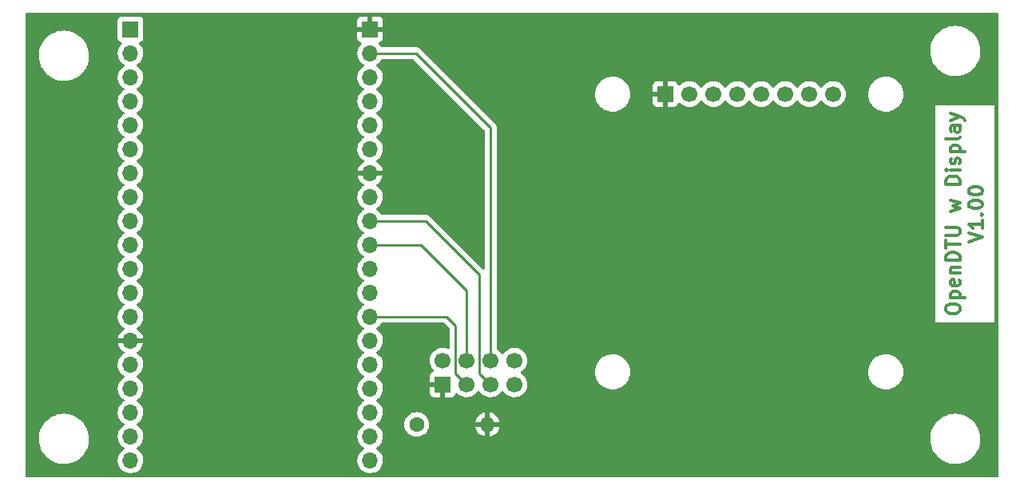
<source format=gbr>
%TF.GenerationSoftware,KiCad,Pcbnew,(6.0.10-0)*%
%TF.CreationDate,2023-01-27T21:07:09+01:00*%
%TF.ProjectId,openDTU_wDisplay,6f70656e-4454-4555-9f77-446973706c61,rev?*%
%TF.SameCoordinates,Original*%
%TF.FileFunction,Copper,L1,Top*%
%TF.FilePolarity,Positive*%
%FSLAX46Y46*%
G04 Gerber Fmt 4.6, Leading zero omitted, Abs format (unit mm)*
G04 Created by KiCad (PCBNEW (6.0.10-0)) date 2023-01-27 21:07:09*
%MOMM*%
%LPD*%
G01*
G04 APERTURE LIST*
%ADD10C,0.300000*%
%TA.AperFunction,NonConductor*%
%ADD11C,0.300000*%
%TD*%
%TA.AperFunction,ComponentPad*%
%ADD12R,1.700000X1.700000*%
%TD*%
%TA.AperFunction,ComponentPad*%
%ADD13C,1.700000*%
%TD*%
%TA.AperFunction,ComponentPad*%
%ADD14C,1.600000*%
%TD*%
%TA.AperFunction,ComponentPad*%
%ADD15O,1.600000X1.600000*%
%TD*%
%TA.AperFunction,ComponentPad*%
%ADD16O,1.700000X1.700000*%
%TD*%
%TA.AperFunction,Conductor*%
%ADD17C,0.250000*%
%TD*%
G04 APERTURE END LIST*
D10*
D11*
X169675071Y-100638285D02*
X169675071Y-100352571D01*
X169746500Y-100209714D01*
X169889357Y-100066857D01*
X170175071Y-99995428D01*
X170675071Y-99995428D01*
X170960785Y-100066857D01*
X171103642Y-100209714D01*
X171175071Y-100352571D01*
X171175071Y-100638285D01*
X171103642Y-100781142D01*
X170960785Y-100924000D01*
X170675071Y-100995428D01*
X170175071Y-100995428D01*
X169889357Y-100924000D01*
X169746500Y-100781142D01*
X169675071Y-100638285D01*
X170175071Y-99352571D02*
X171675071Y-99352571D01*
X170246500Y-99352571D02*
X170175071Y-99209714D01*
X170175071Y-98924000D01*
X170246500Y-98781142D01*
X170317928Y-98709714D01*
X170460785Y-98638285D01*
X170889357Y-98638285D01*
X171032214Y-98709714D01*
X171103642Y-98781142D01*
X171175071Y-98924000D01*
X171175071Y-99209714D01*
X171103642Y-99352571D01*
X171103642Y-97424000D02*
X171175071Y-97566857D01*
X171175071Y-97852571D01*
X171103642Y-97995428D01*
X170960785Y-98066857D01*
X170389357Y-98066857D01*
X170246500Y-97995428D01*
X170175071Y-97852571D01*
X170175071Y-97566857D01*
X170246500Y-97424000D01*
X170389357Y-97352571D01*
X170532214Y-97352571D01*
X170675071Y-98066857D01*
X170175071Y-96709714D02*
X171175071Y-96709714D01*
X170317928Y-96709714D02*
X170246500Y-96638285D01*
X170175071Y-96495428D01*
X170175071Y-96281142D01*
X170246500Y-96138285D01*
X170389357Y-96066857D01*
X171175071Y-96066857D01*
X171175071Y-95352571D02*
X169675071Y-95352571D01*
X169675071Y-94995428D01*
X169746500Y-94781142D01*
X169889357Y-94638285D01*
X170032214Y-94566857D01*
X170317928Y-94495428D01*
X170532214Y-94495428D01*
X170817928Y-94566857D01*
X170960785Y-94638285D01*
X171103642Y-94781142D01*
X171175071Y-94995428D01*
X171175071Y-95352571D01*
X169675071Y-94066857D02*
X169675071Y-93209714D01*
X171175071Y-93638285D02*
X169675071Y-93638285D01*
X169675071Y-92709714D02*
X170889357Y-92709714D01*
X171032214Y-92638285D01*
X171103642Y-92566857D01*
X171175071Y-92424000D01*
X171175071Y-92138285D01*
X171103642Y-91995428D01*
X171032214Y-91924000D01*
X170889357Y-91852571D01*
X169675071Y-91852571D01*
X170175071Y-90138285D02*
X171175071Y-89852571D01*
X170460785Y-89566857D01*
X171175071Y-89281142D01*
X170175071Y-88995428D01*
X171175071Y-87281142D02*
X169675071Y-87281142D01*
X169675071Y-86924000D01*
X169746500Y-86709714D01*
X169889357Y-86566857D01*
X170032214Y-86495428D01*
X170317928Y-86424000D01*
X170532214Y-86424000D01*
X170817928Y-86495428D01*
X170960785Y-86566857D01*
X171103642Y-86709714D01*
X171175071Y-86924000D01*
X171175071Y-87281142D01*
X171175071Y-85781142D02*
X170175071Y-85781142D01*
X169675071Y-85781142D02*
X169746500Y-85852571D01*
X169817928Y-85781142D01*
X169746500Y-85709714D01*
X169675071Y-85781142D01*
X169817928Y-85781142D01*
X171103642Y-85138285D02*
X171175071Y-84995428D01*
X171175071Y-84709714D01*
X171103642Y-84566857D01*
X170960785Y-84495428D01*
X170889357Y-84495428D01*
X170746500Y-84566857D01*
X170675071Y-84709714D01*
X170675071Y-84924000D01*
X170603642Y-85066857D01*
X170460785Y-85138285D01*
X170389357Y-85138285D01*
X170246500Y-85066857D01*
X170175071Y-84924000D01*
X170175071Y-84709714D01*
X170246500Y-84566857D01*
X170175071Y-83852571D02*
X171675071Y-83852571D01*
X170246500Y-83852571D02*
X170175071Y-83709714D01*
X170175071Y-83424000D01*
X170246500Y-83281142D01*
X170317928Y-83209714D01*
X170460785Y-83138285D01*
X170889357Y-83138285D01*
X171032214Y-83209714D01*
X171103642Y-83281142D01*
X171175071Y-83424000D01*
X171175071Y-83709714D01*
X171103642Y-83852571D01*
X171175071Y-82281142D02*
X171103642Y-82424000D01*
X170960785Y-82495428D01*
X169675071Y-82495428D01*
X171175071Y-81066857D02*
X170389357Y-81066857D01*
X170246500Y-81138285D01*
X170175071Y-81281142D01*
X170175071Y-81566857D01*
X170246500Y-81709714D01*
X171103642Y-81066857D02*
X171175071Y-81209714D01*
X171175071Y-81566857D01*
X171103642Y-81709714D01*
X170960785Y-81781142D01*
X170817928Y-81781142D01*
X170675071Y-81709714D01*
X170603642Y-81566857D01*
X170603642Y-81209714D01*
X170532214Y-81066857D01*
X170175071Y-80495428D02*
X171175071Y-80138285D01*
X170175071Y-79781142D02*
X171175071Y-80138285D01*
X171532214Y-80281142D01*
X171603642Y-80352571D01*
X171675071Y-80495428D01*
X172090071Y-93424000D02*
X173590071Y-92924000D01*
X172090071Y-92424000D01*
X173590071Y-91138285D02*
X173590071Y-91995428D01*
X173590071Y-91566857D02*
X172090071Y-91566857D01*
X172304357Y-91709714D01*
X172447214Y-91852571D01*
X172518642Y-91995428D01*
X173447214Y-90495428D02*
X173518642Y-90424000D01*
X173590071Y-90495428D01*
X173518642Y-90566857D01*
X173447214Y-90495428D01*
X173590071Y-90495428D01*
X172090071Y-89495428D02*
X172090071Y-89352571D01*
X172161500Y-89209714D01*
X172232928Y-89138285D01*
X172375785Y-89066857D01*
X172661500Y-88995428D01*
X173018642Y-88995428D01*
X173304357Y-89066857D01*
X173447214Y-89138285D01*
X173518642Y-89209714D01*
X173590071Y-89352571D01*
X173590071Y-89495428D01*
X173518642Y-89638285D01*
X173447214Y-89709714D01*
X173304357Y-89781142D01*
X173018642Y-89852571D01*
X172661500Y-89852571D01*
X172375785Y-89781142D01*
X172232928Y-89709714D01*
X172161500Y-89638285D01*
X172090071Y-89495428D01*
X172090071Y-88066857D02*
X172090071Y-87924000D01*
X172161500Y-87781142D01*
X172232928Y-87709714D01*
X172375785Y-87638285D01*
X172661500Y-87566857D01*
X173018642Y-87566857D01*
X173304357Y-87638285D01*
X173447214Y-87709714D01*
X173518642Y-87781142D01*
X173590071Y-87924000D01*
X173590071Y-88066857D01*
X173518642Y-88209714D01*
X173447214Y-88281142D01*
X173304357Y-88352571D01*
X173018642Y-88424000D01*
X172661500Y-88424000D01*
X172375785Y-88352571D01*
X172232928Y-88281142D01*
X172161500Y-88209714D01*
X172090071Y-88066857D01*
D12*
%TO.P,NRF24L01+1,1,GND*%
%TO.N,GND*%
X116346000Y-108516000D03*
D13*
%TO.P,NRF24L01+1,2,VCC*%
%TO.N,PWR3x3*%
X116346000Y-105976000D03*
%TO.P,NRF24L01+1,3,CE*%
%TO.N,CE*%
X118886000Y-108516000D03*
%TO.P,NRF24L01+1,4,~{CSN}*%
%TO.N,~{CSN}*%
X118886000Y-105976000D03*
%TO.P,NRF24L01+1,5,SCK*%
%TO.N,SCK*%
X121426000Y-108516000D03*
%TO.P,NRF24L01+1,6,MOSI*%
%TO.N,MOSI*%
X121426000Y-105976000D03*
%TO.P,NRF24L01+1,7,MISO*%
%TO.N,MISO*%
X123966000Y-108516000D03*
%TO.P,NRF24L01+1,8,IRQ*%
%TO.N,IRQ*%
X123966000Y-105976000D03*
%TD*%
D12*
%TO.P,SSD1306,1,GND*%
%TO.N,GND*%
X139954000Y-77721000D03*
D13*
%TO.P,SSD1306,2,VCC*%
%TO.N,PWR3x3*%
X142494000Y-77721000D03*
%TO.P,SSD1306,3,SCL*%
%TO.N,SCL*%
X145034000Y-77721000D03*
%TO.P,SSD1306,4,SDA*%
%TO.N,SDA*%
X147574000Y-77721000D03*
%TO.P,SSD1306,5*%
%TO.N,N/C*%
X150114000Y-77721000D03*
%TO.P,SSD1306,6*%
X152654000Y-77721000D03*
%TO.P,SSD1306,7*%
X155194000Y-77721000D03*
%TO.P,SSD1306,8*%
X157734000Y-77721000D03*
%TD*%
D14*
%TO.P,C1,1*%
%TO.N,PWR3x3*%
X113598000Y-112776000D03*
D15*
%TO.P,C1,2*%
%TO.N,GND*%
X121098000Y-112776000D03*
%TD*%
D12*
%TO.P,ESP32NodeMCU1,1,3V3*%
%TO.N,PWR3x3*%
X83259500Y-70850000D03*
D16*
%TO.P,ESP32NodeMCU1,2,EN*%
%TO.N,unconnected-(ESP32NodeMCU1-Pad2)*%
X83259500Y-73390000D03*
%TO.P,ESP32NodeMCU1,3,SP*%
%TO.N,unconnected-(ESP32NodeMCU1-Pad3)*%
X83259500Y-75930000D03*
%TO.P,ESP32NodeMCU1,4,SN*%
%TO.N,unconnected-(ESP32NodeMCU1-Pad4)*%
X83259500Y-78470000D03*
%TO.P,ESP32NodeMCU1,5,G34*%
%TO.N,unconnected-(ESP32NodeMCU1-Pad5)*%
X83259500Y-81010000D03*
%TO.P,ESP32NodeMCU1,6,G35*%
%TO.N,unconnected-(ESP32NodeMCU1-Pad6)*%
X83259500Y-83550000D03*
%TO.P,ESP32NodeMCU1,7,G32*%
%TO.N,unconnected-(ESP32NodeMCU1-Pad7)*%
X83259500Y-86090000D03*
%TO.P,ESP32NodeMCU1,8,G33*%
%TO.N,unconnected-(ESP32NodeMCU1-Pad8)*%
X83259500Y-88630000D03*
%TO.P,ESP32NodeMCU1,9,G25*%
%TO.N,unconnected-(ESP32NodeMCU1-Pad9)*%
X83259500Y-91170000D03*
%TO.P,ESP32NodeMCU1,10,G26*%
%TO.N,unconnected-(ESP32NodeMCU1-Pad10)*%
X83259500Y-93710000D03*
%TO.P,ESP32NodeMCU1,11,G27*%
%TO.N,unconnected-(ESP32NodeMCU1-Pad11)*%
X83259500Y-96250000D03*
%TO.P,ESP32NodeMCU1,12,G14*%
%TO.N,unconnected-(ESP32NodeMCU1-Pad12)*%
X83259500Y-98790000D03*
%TO.P,ESP32NodeMCU1,13,G12*%
%TO.N,unconnected-(ESP32NodeMCU1-Pad13)*%
X83259500Y-101330000D03*
%TO.P,ESP32NodeMCU1,14,GND*%
%TO.N,GND*%
X83259500Y-103870000D03*
%TO.P,ESP32NodeMCU1,15,G13*%
%TO.N,unconnected-(ESP32NodeMCU1-Pad15)*%
X83259500Y-106410000D03*
%TO.P,ESP32NodeMCU1,16,SD2*%
%TO.N,unconnected-(ESP32NodeMCU1-Pad16)*%
X83259500Y-108950000D03*
%TO.P,ESP32NodeMCU1,17,SD3*%
%TO.N,unconnected-(ESP32NodeMCU1-Pad17)*%
X83259500Y-111490000D03*
%TO.P,ESP32NodeMCU1,18,CMD*%
%TO.N,unconnected-(ESP32NodeMCU1-Pad18)*%
X83259500Y-114030000D03*
%TO.P,ESP32NodeMCU1,19,5V*%
%TO.N,unconnected-(ESP32NodeMCU1-Pad19)*%
X83259500Y-116570000D03*
%TO.P,ESP32NodeMCU1,20,CLK*%
%TO.N,unconnected-(ESP32NodeMCU1-Pad20)*%
X108659500Y-116570000D03*
%TO.P,ESP32NodeMCU1,21,SD0*%
%TO.N,unconnected-(ESP32NodeMCU1-Pad21)*%
X108659500Y-114030000D03*
%TO.P,ESP32NodeMCU1,22,SD1*%
%TO.N,unconnected-(ESP32NodeMCU1-Pad22)*%
X108659500Y-111490000D03*
%TO.P,ESP32NodeMCU1,23,G15*%
%TO.N,unconnected-(ESP32NodeMCU1-Pad23)*%
X108659500Y-108950000D03*
%TO.P,ESP32NodeMCU1,24,G2*%
%TO.N,unconnected-(ESP32NodeMCU1-Pad24)*%
X108659500Y-106410000D03*
%TO.P,ESP32NodeMCU1,25,G0*%
%TO.N,unconnected-(ESP32NodeMCU1-Pad25)*%
X108659500Y-103870000D03*
%TO.P,ESP32NodeMCU1,26,G4*%
%TO.N,CE*%
X108659500Y-101330000D03*
%TO.P,ESP32NodeMCU1,27,G16*%
%TO.N,IRQ*%
X108659500Y-98790000D03*
%TO.P,ESP32NodeMCU1,28,G17*%
%TO.N,unconnected-(ESP32NodeMCU1-Pad28)*%
X108659500Y-96250000D03*
%TO.P,ESP32NodeMCU1,29,G5*%
%TO.N,~{CSN}*%
X108659500Y-93710000D03*
%TO.P,ESP32NodeMCU1,30,G18*%
%TO.N,SCK*%
X108659500Y-91170000D03*
%TO.P,ESP32NodeMCU1,31,G19*%
%TO.N,MISO*%
X108659500Y-88630000D03*
%TO.P,ESP32NodeMCU1,32,GND*%
%TO.N,GND*%
X108659500Y-86090000D03*
%TO.P,ESP32NodeMCU1,33,G21*%
%TO.N,SDA*%
X108659500Y-83550000D03*
%TO.P,ESP32NodeMCU1,34,RXD*%
%TO.N,unconnected-(ESP32NodeMCU1-Pad34)*%
X108659500Y-81010000D03*
%TO.P,ESP32NodeMCU1,35,TXD*%
%TO.N,unconnected-(ESP32NodeMCU1-Pad35)*%
X108659500Y-78470000D03*
%TO.P,ESP32NodeMCU1,36,G22*%
%TO.N,SCL*%
X108659500Y-75930000D03*
%TO.P,ESP32NodeMCU1,37,G23*%
%TO.N,MOSI*%
X108659500Y-73390000D03*
D12*
%TO.P,ESP32NodeMCU1,38,GND*%
%TO.N,GND*%
X108659500Y-70850000D03*
%TD*%
D17*
%TO.N,CE*%
X117711000Y-107341000D02*
X117711000Y-102253000D01*
X118886000Y-108516000D02*
X117711000Y-107341000D01*
X116788000Y-101330000D02*
X108659500Y-101330000D01*
X117711000Y-102253000D02*
X116788000Y-101330000D01*
%TO.N,~{CSN}*%
X114030000Y-93710000D02*
X118886000Y-98566000D01*
X118886000Y-98566000D02*
X118886000Y-105976000D01*
X108659500Y-93710000D02*
X114030000Y-93710000D01*
%TO.N,SCK*%
X121426000Y-108516000D02*
X120251000Y-107341000D01*
X114538000Y-91170000D02*
X108659500Y-91170000D01*
X120251000Y-107341000D02*
X120251000Y-96883000D01*
X120251000Y-96883000D02*
X114538000Y-91170000D01*
%TO.N,MOSI*%
X108659500Y-73390000D02*
X113522000Y-73390000D01*
X113522000Y-73390000D02*
X121426000Y-81294000D01*
X121426000Y-81294000D02*
X121426000Y-105976000D01*
%TD*%
%TA.AperFunction,Conductor*%
%TO.N,GND*%
G36*
X175201621Y-69108502D02*
G01*
X175248114Y-69162158D01*
X175259500Y-69214500D01*
X175259500Y-118237500D01*
X175239498Y-118305621D01*
X175185842Y-118352114D01*
X175133500Y-118363500D01*
X72262500Y-118363500D01*
X72194379Y-118343498D01*
X72147886Y-118289842D01*
X72136500Y-118237500D01*
X72136500Y-114346485D01*
X73536854Y-114346485D01*
X73537156Y-114350320D01*
X73560318Y-114644616D01*
X73562370Y-114670695D01*
X73627206Y-114989378D01*
X73730398Y-115297784D01*
X73732052Y-115301253D01*
X73732053Y-115301254D01*
X73737826Y-115313357D01*
X73870405Y-115591316D01*
X74045141Y-115865597D01*
X74047584Y-115868560D01*
X74047585Y-115868562D01*
X74233925Y-116094610D01*
X74252001Y-116116538D01*
X74487902Y-116340399D01*
X74749326Y-116533843D01*
X74819181Y-116573365D01*
X75029019Y-116692086D01*
X75029023Y-116692088D01*
X75032376Y-116693985D01*
X75332832Y-116818438D01*
X75436288Y-116847129D01*
X75642500Y-116904317D01*
X75642508Y-116904319D01*
X75646216Y-116905347D01*
X75967856Y-116953416D01*
X75971154Y-116953560D01*
X76082918Y-116958440D01*
X76082922Y-116958440D01*
X76084294Y-116958500D01*
X76282598Y-116958500D01*
X76524605Y-116943698D01*
X76528388Y-116942997D01*
X76528395Y-116942996D01*
X76728459Y-116905916D01*
X76844372Y-116884433D01*
X77053682Y-116818438D01*
X77150860Y-116787798D01*
X77150863Y-116787797D01*
X77154532Y-116786640D01*
X77158029Y-116785046D01*
X77158035Y-116785044D01*
X77446954Y-116653376D01*
X77446958Y-116653374D01*
X77450462Y-116651777D01*
X77453744Y-116649766D01*
X77638259Y-116536695D01*
X81896751Y-116536695D01*
X81897048Y-116541848D01*
X81897048Y-116541851D01*
X81903386Y-116651777D01*
X81909610Y-116759715D01*
X81910747Y-116764761D01*
X81910748Y-116764767D01*
X81922512Y-116816964D01*
X81958722Y-116977639D01*
X82042766Y-117184616D01*
X82159487Y-117375088D01*
X82305750Y-117543938D01*
X82477626Y-117686632D01*
X82670500Y-117799338D01*
X82879192Y-117879030D01*
X82884260Y-117880061D01*
X82884263Y-117880062D01*
X82991517Y-117901883D01*
X83098097Y-117923567D01*
X83103272Y-117923757D01*
X83103274Y-117923757D01*
X83316173Y-117931564D01*
X83316177Y-117931564D01*
X83321337Y-117931753D01*
X83326457Y-117931097D01*
X83326459Y-117931097D01*
X83537788Y-117904025D01*
X83537789Y-117904025D01*
X83542916Y-117903368D01*
X83547866Y-117901883D01*
X83751929Y-117840661D01*
X83751934Y-117840659D01*
X83756884Y-117839174D01*
X83957494Y-117740896D01*
X84139360Y-117611173D01*
X84297596Y-117453489D01*
X84357094Y-117370689D01*
X84424935Y-117276277D01*
X84427953Y-117272077D01*
X84526930Y-117071811D01*
X84583860Y-116884433D01*
X84590365Y-116863023D01*
X84590365Y-116863021D01*
X84591870Y-116858069D01*
X84621029Y-116636590D01*
X84622656Y-116570000D01*
X84619918Y-116536695D01*
X107296751Y-116536695D01*
X107297048Y-116541848D01*
X107297048Y-116541851D01*
X107303386Y-116651777D01*
X107309610Y-116759715D01*
X107310747Y-116764761D01*
X107310748Y-116764767D01*
X107322512Y-116816964D01*
X107358722Y-116977639D01*
X107442766Y-117184616D01*
X107559487Y-117375088D01*
X107705750Y-117543938D01*
X107877626Y-117686632D01*
X108070500Y-117799338D01*
X108279192Y-117879030D01*
X108284260Y-117880061D01*
X108284263Y-117880062D01*
X108391517Y-117901883D01*
X108498097Y-117923567D01*
X108503272Y-117923757D01*
X108503274Y-117923757D01*
X108716173Y-117931564D01*
X108716177Y-117931564D01*
X108721337Y-117931753D01*
X108726457Y-117931097D01*
X108726459Y-117931097D01*
X108937788Y-117904025D01*
X108937789Y-117904025D01*
X108942916Y-117903368D01*
X108947866Y-117901883D01*
X109151929Y-117840661D01*
X109151934Y-117840659D01*
X109156884Y-117839174D01*
X109357494Y-117740896D01*
X109539360Y-117611173D01*
X109697596Y-117453489D01*
X109757094Y-117370689D01*
X109824935Y-117276277D01*
X109827953Y-117272077D01*
X109926930Y-117071811D01*
X109983860Y-116884433D01*
X109990365Y-116863023D01*
X109990365Y-116863021D01*
X109991870Y-116858069D01*
X110021029Y-116636590D01*
X110022656Y-116570000D01*
X110004352Y-116347361D01*
X109949931Y-116130702D01*
X109860854Y-115925840D01*
X109739514Y-115738277D01*
X109589170Y-115573051D01*
X109585119Y-115569852D01*
X109585115Y-115569848D01*
X109417914Y-115437800D01*
X109417910Y-115437798D01*
X109413859Y-115434598D01*
X109372553Y-115411796D01*
X109322584Y-115361364D01*
X109307812Y-115291921D01*
X109332928Y-115225516D01*
X109360280Y-115198909D01*
X109404103Y-115167650D01*
X109539360Y-115071173D01*
X109697596Y-114913489D01*
X109757094Y-114830689D01*
X109824935Y-114736277D01*
X109827953Y-114732077D01*
X109856427Y-114674465D01*
X109924636Y-114536453D01*
X109924637Y-114536451D01*
X109926930Y-114531811D01*
X109983237Y-114346485D01*
X168024854Y-114346485D01*
X168025156Y-114350320D01*
X168048318Y-114644616D01*
X168050370Y-114670695D01*
X168115206Y-114989378D01*
X168218398Y-115297784D01*
X168220052Y-115301253D01*
X168220053Y-115301254D01*
X168225826Y-115313357D01*
X168358405Y-115591316D01*
X168533141Y-115865597D01*
X168535584Y-115868560D01*
X168535585Y-115868562D01*
X168721925Y-116094610D01*
X168740001Y-116116538D01*
X168975902Y-116340399D01*
X169237326Y-116533843D01*
X169307181Y-116573365D01*
X169517019Y-116692086D01*
X169517023Y-116692088D01*
X169520376Y-116693985D01*
X169820832Y-116818438D01*
X169924288Y-116847129D01*
X170130500Y-116904317D01*
X170130508Y-116904319D01*
X170134216Y-116905347D01*
X170455856Y-116953416D01*
X170459154Y-116953560D01*
X170570918Y-116958440D01*
X170570922Y-116958440D01*
X170572294Y-116958500D01*
X170770598Y-116958500D01*
X171012605Y-116943698D01*
X171016388Y-116942997D01*
X171016395Y-116942996D01*
X171216459Y-116905916D01*
X171332372Y-116884433D01*
X171541682Y-116818438D01*
X171638860Y-116787798D01*
X171638863Y-116787797D01*
X171642532Y-116786640D01*
X171646029Y-116785046D01*
X171646035Y-116785044D01*
X171934954Y-116653376D01*
X171934958Y-116653374D01*
X171938462Y-116651777D01*
X171941744Y-116649766D01*
X172212473Y-116483863D01*
X172212476Y-116483861D01*
X172215751Y-116481854D01*
X172218755Y-116479464D01*
X172218760Y-116479461D01*
X172378343Y-116352522D01*
X172470264Y-116279405D01*
X172472958Y-116276664D01*
X172472962Y-116276660D01*
X172695513Y-116050190D01*
X172695517Y-116050185D01*
X172698208Y-116047447D01*
X172896185Y-115789439D01*
X173061242Y-115509227D01*
X173190920Y-115210988D01*
X173193910Y-115200896D01*
X173257681Y-114985607D01*
X173283285Y-114899169D01*
X173336961Y-114578417D01*
X173351146Y-114253515D01*
X173333291Y-114026646D01*
X173325932Y-113933140D01*
X173325932Y-113933137D01*
X173325630Y-113929305D01*
X173260794Y-113610622D01*
X173157602Y-113302216D01*
X173017595Y-113008684D01*
X173014667Y-113004087D01*
X172929261Y-112870027D01*
X172842859Y-112734403D01*
X172840415Y-112731438D01*
X172638442Y-112486425D01*
X172638438Y-112486420D01*
X172635999Y-112483462D01*
X172400098Y-112259601D01*
X172138674Y-112066157D01*
X171933781Y-111950234D01*
X171858981Y-111907914D01*
X171858977Y-111907912D01*
X171855624Y-111906015D01*
X171555168Y-111781562D01*
X171451712Y-111752871D01*
X171245500Y-111695683D01*
X171245492Y-111695681D01*
X171241784Y-111694653D01*
X170920144Y-111646584D01*
X170916846Y-111646440D01*
X170805082Y-111641560D01*
X170805078Y-111641560D01*
X170803706Y-111641500D01*
X170605402Y-111641500D01*
X170363395Y-111656302D01*
X170359612Y-111657003D01*
X170359605Y-111657004D01*
X170237069Y-111679715D01*
X170043628Y-111715567D01*
X169861667Y-111772939D01*
X169737140Y-111812202D01*
X169737137Y-111812203D01*
X169733468Y-111813360D01*
X169729971Y-111814954D01*
X169729965Y-111814956D01*
X169441046Y-111946624D01*
X169441042Y-111946626D01*
X169437538Y-111948223D01*
X169434259Y-111950233D01*
X169434256Y-111950234D01*
X169190140Y-112099829D01*
X169160249Y-112118146D01*
X169157245Y-112120536D01*
X169157240Y-112120539D01*
X169073137Y-112187438D01*
X168905736Y-112320595D01*
X168903042Y-112323336D01*
X168903038Y-112323340D01*
X168680487Y-112549810D01*
X168680483Y-112549815D01*
X168677792Y-112552553D01*
X168575766Y-112685516D01*
X168502134Y-112781475D01*
X168479815Y-112810561D01*
X168369048Y-112998607D01*
X168342576Y-113043548D01*
X168314758Y-113090773D01*
X168185080Y-113389012D01*
X168183986Y-113392706D01*
X168183984Y-113392711D01*
X168170863Y-113437007D01*
X168092715Y-113700831D01*
X168039039Y-114021583D01*
X168024854Y-114346485D01*
X109983237Y-114346485D01*
X109991870Y-114318069D01*
X110021029Y-114096590D01*
X110022656Y-114030000D01*
X110004352Y-113807361D01*
X109949931Y-113590702D01*
X109860854Y-113385840D01*
X109739514Y-113198277D01*
X109589170Y-113033051D01*
X109585119Y-113029852D01*
X109585115Y-113029848D01*
X109417914Y-112897800D01*
X109417910Y-112897798D01*
X109413859Y-112894598D01*
X109372553Y-112871796D01*
X109322584Y-112821364D01*
X109312934Y-112776000D01*
X112284502Y-112776000D01*
X112304457Y-113004087D01*
X112305881Y-113009400D01*
X112305881Y-113009402D01*
X112327685Y-113090773D01*
X112363716Y-113225243D01*
X112366039Y-113230224D01*
X112366039Y-113230225D01*
X112458151Y-113427762D01*
X112458154Y-113427767D01*
X112460477Y-113432749D01*
X112463634Y-113437257D01*
X112567753Y-113585954D01*
X112591802Y-113620300D01*
X112753700Y-113782198D01*
X112758208Y-113785355D01*
X112758211Y-113785357D01*
X112789636Y-113807361D01*
X112941251Y-113913523D01*
X112946233Y-113915846D01*
X112946238Y-113915849D01*
X113108607Y-113991562D01*
X113148757Y-114010284D01*
X113154065Y-114011706D01*
X113154067Y-114011707D01*
X113364598Y-114068119D01*
X113364600Y-114068119D01*
X113369913Y-114069543D01*
X113598000Y-114089498D01*
X113826087Y-114069543D01*
X113831400Y-114068119D01*
X113831402Y-114068119D01*
X114041933Y-114011707D01*
X114041935Y-114011706D01*
X114047243Y-114010284D01*
X114087393Y-113991562D01*
X114249762Y-113915849D01*
X114249767Y-113915846D01*
X114254749Y-113913523D01*
X114406364Y-113807361D01*
X114437789Y-113785357D01*
X114437792Y-113785355D01*
X114442300Y-113782198D01*
X114604198Y-113620300D01*
X114628248Y-113585954D01*
X114732366Y-113437257D01*
X114735523Y-113432749D01*
X114737846Y-113427767D01*
X114737849Y-113427762D01*
X114829961Y-113230225D01*
X114829961Y-113230224D01*
X114832284Y-113225243D01*
X114868316Y-113090773D01*
X114881245Y-113042522D01*
X119815273Y-113042522D01*
X119862764Y-113219761D01*
X119866510Y-113230053D01*
X119958586Y-113427511D01*
X119964069Y-113437007D01*
X120089028Y-113615467D01*
X120096084Y-113623875D01*
X120250125Y-113777916D01*
X120258533Y-113784972D01*
X120436993Y-113909931D01*
X120446489Y-113915414D01*
X120643947Y-114007490D01*
X120654239Y-114011236D01*
X120826503Y-114057394D01*
X120840599Y-114057058D01*
X120844000Y-114049116D01*
X120844000Y-114043967D01*
X121352000Y-114043967D01*
X121355973Y-114057498D01*
X121364522Y-114058727D01*
X121541761Y-114011236D01*
X121552053Y-114007490D01*
X121749511Y-113915414D01*
X121759007Y-113909931D01*
X121937467Y-113784972D01*
X121945875Y-113777916D01*
X122099916Y-113623875D01*
X122106972Y-113615467D01*
X122231931Y-113437007D01*
X122237414Y-113427511D01*
X122329490Y-113230053D01*
X122333236Y-113219761D01*
X122379394Y-113047497D01*
X122379058Y-113033401D01*
X122371116Y-113030000D01*
X121370115Y-113030000D01*
X121354876Y-113034475D01*
X121353671Y-113035865D01*
X121352000Y-113043548D01*
X121352000Y-114043967D01*
X120844000Y-114043967D01*
X120844000Y-113048115D01*
X120839525Y-113032876D01*
X120838135Y-113031671D01*
X120830452Y-113030000D01*
X119830033Y-113030000D01*
X119816502Y-113033973D01*
X119815273Y-113042522D01*
X114881245Y-113042522D01*
X114890119Y-113009402D01*
X114890119Y-113009400D01*
X114891543Y-113004087D01*
X114911498Y-112776000D01*
X114891543Y-112547913D01*
X114887861Y-112534171D01*
X114879911Y-112504503D01*
X119816606Y-112504503D01*
X119816942Y-112518599D01*
X119824884Y-112522000D01*
X120825885Y-112522000D01*
X120841124Y-112517525D01*
X120842329Y-112516135D01*
X120844000Y-112508452D01*
X120844000Y-112503885D01*
X121352000Y-112503885D01*
X121356475Y-112519124D01*
X121357865Y-112520329D01*
X121365548Y-112522000D01*
X122365967Y-112522000D01*
X122379498Y-112518027D01*
X122380727Y-112509478D01*
X122333236Y-112332239D01*
X122329490Y-112321947D01*
X122237414Y-112124489D01*
X122231931Y-112114993D01*
X122106972Y-111936533D01*
X122099916Y-111928125D01*
X121945875Y-111774084D01*
X121937467Y-111767028D01*
X121759007Y-111642069D01*
X121749511Y-111636586D01*
X121552053Y-111544510D01*
X121541761Y-111540764D01*
X121369497Y-111494606D01*
X121355401Y-111494942D01*
X121352000Y-111502884D01*
X121352000Y-112503885D01*
X120844000Y-112503885D01*
X120844000Y-111508033D01*
X120840027Y-111494502D01*
X120831478Y-111493273D01*
X120654239Y-111540764D01*
X120643947Y-111544510D01*
X120446489Y-111636586D01*
X120436993Y-111642069D01*
X120258533Y-111767028D01*
X120250125Y-111774084D01*
X120096084Y-111928125D01*
X120089028Y-111936533D01*
X119964069Y-112114993D01*
X119958586Y-112124489D01*
X119866510Y-112321947D01*
X119862764Y-112332239D01*
X119816606Y-112504503D01*
X114879911Y-112504503D01*
X114833707Y-112332067D01*
X114833706Y-112332065D01*
X114832284Y-112326757D01*
X114817517Y-112295088D01*
X114737849Y-112124238D01*
X114737846Y-112124233D01*
X114735523Y-112119251D01*
X114646288Y-111991811D01*
X114607357Y-111936211D01*
X114607355Y-111936208D01*
X114604198Y-111931700D01*
X114442300Y-111769802D01*
X114437792Y-111766645D01*
X114437789Y-111766643D01*
X114281208Y-111657004D01*
X114254749Y-111638477D01*
X114249767Y-111636154D01*
X114249762Y-111636151D01*
X114052225Y-111544039D01*
X114052224Y-111544039D01*
X114047243Y-111541716D01*
X114041935Y-111540294D01*
X114041933Y-111540293D01*
X113831402Y-111483881D01*
X113831400Y-111483881D01*
X113826087Y-111482457D01*
X113598000Y-111462502D01*
X113369913Y-111482457D01*
X113364600Y-111483881D01*
X113364598Y-111483881D01*
X113154067Y-111540293D01*
X113154065Y-111540294D01*
X113148757Y-111541716D01*
X113143776Y-111544039D01*
X113143775Y-111544039D01*
X112946238Y-111636151D01*
X112946233Y-111636154D01*
X112941251Y-111638477D01*
X112914792Y-111657004D01*
X112758211Y-111766643D01*
X112758208Y-111766645D01*
X112753700Y-111769802D01*
X112591802Y-111931700D01*
X112588645Y-111936208D01*
X112588643Y-111936211D01*
X112549712Y-111991811D01*
X112460477Y-112119251D01*
X112458154Y-112124233D01*
X112458151Y-112124238D01*
X112378483Y-112295088D01*
X112363716Y-112326757D01*
X112362294Y-112332065D01*
X112362293Y-112332067D01*
X112308139Y-112534171D01*
X112304457Y-112547913D01*
X112284502Y-112776000D01*
X109312934Y-112776000D01*
X109307812Y-112751921D01*
X109332928Y-112685516D01*
X109360280Y-112658909D01*
X109404103Y-112627650D01*
X109539360Y-112531173D01*
X109566124Y-112504503D01*
X109693935Y-112377137D01*
X109697596Y-112373489D01*
X109734633Y-112321947D01*
X109824935Y-112196277D01*
X109827953Y-112192077D01*
X109926930Y-111991811D01*
X109991870Y-111778069D01*
X110021029Y-111556590D01*
X110021336Y-111544039D01*
X110022574Y-111493365D01*
X110022574Y-111493361D01*
X110022656Y-111490000D01*
X110004352Y-111267361D01*
X109949931Y-111050702D01*
X109860854Y-110845840D01*
X109739514Y-110658277D01*
X109589170Y-110493051D01*
X109585119Y-110489852D01*
X109585115Y-110489848D01*
X109417914Y-110357800D01*
X109417910Y-110357798D01*
X109413859Y-110354598D01*
X109372553Y-110331796D01*
X109322584Y-110281364D01*
X109307812Y-110211921D01*
X109332928Y-110145516D01*
X109360280Y-110118909D01*
X109404103Y-110087650D01*
X109539360Y-109991173D01*
X109697596Y-109833489D01*
X109703675Y-109825030D01*
X109824935Y-109656277D01*
X109827953Y-109652077D01*
X109836274Y-109635242D01*
X109924636Y-109456453D01*
X109924637Y-109456451D01*
X109926930Y-109451811D01*
X109939430Y-109410669D01*
X114988001Y-109410669D01*
X114988371Y-109417490D01*
X114993895Y-109468352D01*
X114997521Y-109483604D01*
X115042676Y-109604054D01*
X115051214Y-109619649D01*
X115127715Y-109721724D01*
X115140276Y-109734285D01*
X115242351Y-109810786D01*
X115257946Y-109819324D01*
X115378394Y-109864478D01*
X115393649Y-109868105D01*
X115444514Y-109873631D01*
X115451328Y-109874000D01*
X116073885Y-109874000D01*
X116089124Y-109869525D01*
X116090329Y-109868135D01*
X116092000Y-109860452D01*
X116092000Y-108788115D01*
X116087525Y-108772876D01*
X116086135Y-108771671D01*
X116078452Y-108770000D01*
X115006116Y-108770000D01*
X114990877Y-108774475D01*
X114989672Y-108775865D01*
X114988001Y-108783548D01*
X114988001Y-109410669D01*
X109939430Y-109410669D01*
X109991870Y-109238069D01*
X110021029Y-109016590D01*
X110021120Y-109012857D01*
X110022574Y-108953365D01*
X110022574Y-108953361D01*
X110022656Y-108950000D01*
X110004352Y-108727361D01*
X109949931Y-108510702D01*
X109860854Y-108305840D01*
X109775184Y-108173414D01*
X109742322Y-108122617D01*
X109742320Y-108122614D01*
X109739514Y-108118277D01*
X109589170Y-107953051D01*
X109585119Y-107949852D01*
X109585115Y-107949848D01*
X109417914Y-107817800D01*
X109417910Y-107817798D01*
X109413859Y-107814598D01*
X109372553Y-107791796D01*
X109322584Y-107741364D01*
X109307812Y-107671921D01*
X109332928Y-107605516D01*
X109360280Y-107578909D01*
X109405812Y-107546431D01*
X109539360Y-107451173D01*
X109599985Y-107390760D01*
X109693935Y-107297137D01*
X109697596Y-107293489D01*
X109703675Y-107285030D01*
X109824935Y-107116277D01*
X109827953Y-107112077D01*
X109836274Y-107095242D01*
X109924636Y-106916453D01*
X109924637Y-106916451D01*
X109926930Y-106911811D01*
X109991870Y-106698069D01*
X110021029Y-106476590D01*
X110021120Y-106472857D01*
X110022574Y-106413365D01*
X110022574Y-106413361D01*
X110022656Y-106410000D01*
X110004352Y-106187361D01*
X109949931Y-105970702D01*
X109860854Y-105765840D01*
X109771996Y-105628486D01*
X109742322Y-105582617D01*
X109742320Y-105582614D01*
X109739514Y-105578277D01*
X109589170Y-105413051D01*
X109585119Y-105409852D01*
X109585115Y-105409848D01*
X109417914Y-105277800D01*
X109417910Y-105277798D01*
X109413859Y-105274598D01*
X109372553Y-105251796D01*
X109322584Y-105201364D01*
X109307812Y-105131921D01*
X109332928Y-105065516D01*
X109360280Y-105038909D01*
X109404103Y-105007650D01*
X109539360Y-104911173D01*
X109697596Y-104753489D01*
X109736382Y-104699513D01*
X109824935Y-104576277D01*
X109827953Y-104572077D01*
X109926930Y-104371811D01*
X109991870Y-104158069D01*
X110021029Y-103936590D01*
X110022656Y-103870000D01*
X110004352Y-103647361D01*
X109949931Y-103430702D01*
X109860854Y-103225840D01*
X109739514Y-103038277D01*
X109589170Y-102873051D01*
X109585119Y-102869852D01*
X109585115Y-102869848D01*
X109417914Y-102737800D01*
X109417910Y-102737798D01*
X109413859Y-102734598D01*
X109372553Y-102711796D01*
X109322584Y-102661364D01*
X109307812Y-102591921D01*
X109332928Y-102525516D01*
X109360280Y-102498909D01*
X109404103Y-102467650D01*
X109539360Y-102371173D01*
X109697596Y-102213489D01*
X109757094Y-102130689D01*
X109824935Y-102036277D01*
X109827953Y-102032077D01*
X109830246Y-102027437D01*
X109831946Y-102024608D01*
X109884174Y-101976518D01*
X109939951Y-101963500D01*
X116473405Y-101963500D01*
X116541526Y-101983502D01*
X116562501Y-102000405D01*
X117040596Y-102478501D01*
X117074621Y-102540813D01*
X117077500Y-102567596D01*
X117077500Y-104615955D01*
X117057498Y-104684076D01*
X117003842Y-104730569D01*
X116933568Y-104740673D01*
X116904892Y-104732347D01*
X116904789Y-104732638D01*
X116699087Y-104659795D01*
X116699083Y-104659794D01*
X116694212Y-104658069D01*
X116689119Y-104657162D01*
X116689116Y-104657161D01*
X116479373Y-104619800D01*
X116479367Y-104619799D01*
X116474284Y-104618894D01*
X116400452Y-104617992D01*
X116256081Y-104616228D01*
X116256079Y-104616228D01*
X116250911Y-104616165D01*
X116030091Y-104649955D01*
X115817756Y-104719357D01*
X115752189Y-104753489D01*
X115643975Y-104809822D01*
X115619607Y-104822507D01*
X115615474Y-104825610D01*
X115615471Y-104825612D01*
X115445100Y-104953530D01*
X115440965Y-104956635D01*
X115286629Y-105118138D01*
X115283720Y-105122403D01*
X115283714Y-105122411D01*
X115230038Y-105201097D01*
X115160743Y-105302680D01*
X115145003Y-105336590D01*
X115087961Y-105459477D01*
X115066688Y-105505305D01*
X115006989Y-105720570D01*
X114983251Y-105942695D01*
X114983548Y-105947848D01*
X114983548Y-105947851D01*
X114989011Y-106042590D01*
X114996110Y-106165715D01*
X114997247Y-106170761D01*
X114997248Y-106170767D01*
X115017119Y-106258939D01*
X115045222Y-106383639D01*
X115129266Y-106590616D01*
X115180019Y-106673438D01*
X115243291Y-106776688D01*
X115245987Y-106781088D01*
X115392250Y-106949938D01*
X115396225Y-106953238D01*
X115396231Y-106953244D01*
X115401425Y-106957556D01*
X115441059Y-107016460D01*
X115442555Y-107087441D01*
X115405439Y-107147962D01*
X115365168Y-107172480D01*
X115257946Y-107212676D01*
X115242351Y-107221214D01*
X115140276Y-107297715D01*
X115127715Y-107310276D01*
X115051214Y-107412351D01*
X115042676Y-107427946D01*
X114997522Y-107548394D01*
X114993895Y-107563649D01*
X114988369Y-107614514D01*
X114988000Y-107621328D01*
X114988000Y-108243885D01*
X114992475Y-108259124D01*
X114993865Y-108260329D01*
X115001548Y-108262000D01*
X116474000Y-108262000D01*
X116542121Y-108282002D01*
X116588614Y-108335658D01*
X116600000Y-108388000D01*
X116600000Y-109855884D01*
X116604475Y-109871123D01*
X116605865Y-109872328D01*
X116613548Y-109873999D01*
X117240669Y-109873999D01*
X117247490Y-109873629D01*
X117298352Y-109868105D01*
X117313604Y-109864479D01*
X117434054Y-109819324D01*
X117449649Y-109810786D01*
X117551724Y-109734285D01*
X117564285Y-109721724D01*
X117640786Y-109619649D01*
X117649324Y-109604054D01*
X117690225Y-109494952D01*
X117732867Y-109438188D01*
X117799428Y-109413488D01*
X117868777Y-109428696D01*
X117903444Y-109456684D01*
X117928865Y-109486031D01*
X117928869Y-109486035D01*
X117932250Y-109489938D01*
X118104126Y-109632632D01*
X118297000Y-109745338D01*
X118301825Y-109747180D01*
X118301826Y-109747181D01*
X118332751Y-109758990D01*
X118505692Y-109825030D01*
X118510760Y-109826061D01*
X118510763Y-109826062D01*
X118565199Y-109837137D01*
X118724597Y-109869567D01*
X118729772Y-109869757D01*
X118729774Y-109869757D01*
X118942673Y-109877564D01*
X118942677Y-109877564D01*
X118947837Y-109877753D01*
X118952957Y-109877097D01*
X118952959Y-109877097D01*
X119164288Y-109850025D01*
X119164289Y-109850025D01*
X119169416Y-109849368D01*
X119210184Y-109837137D01*
X119378429Y-109786661D01*
X119378434Y-109786659D01*
X119383384Y-109785174D01*
X119583994Y-109686896D01*
X119765860Y-109557173D01*
X119924096Y-109399489D01*
X120054453Y-109218077D01*
X120055776Y-109219028D01*
X120102645Y-109175857D01*
X120172580Y-109163625D01*
X120238026Y-109191144D01*
X120265875Y-109222994D01*
X120325987Y-109321088D01*
X120472250Y-109489938D01*
X120644126Y-109632632D01*
X120837000Y-109745338D01*
X120841825Y-109747180D01*
X120841826Y-109747181D01*
X120872751Y-109758990D01*
X121045692Y-109825030D01*
X121050760Y-109826061D01*
X121050763Y-109826062D01*
X121105199Y-109837137D01*
X121264597Y-109869567D01*
X121269772Y-109869757D01*
X121269774Y-109869757D01*
X121482673Y-109877564D01*
X121482677Y-109877564D01*
X121487837Y-109877753D01*
X121492957Y-109877097D01*
X121492959Y-109877097D01*
X121704288Y-109850025D01*
X121704289Y-109850025D01*
X121709416Y-109849368D01*
X121750184Y-109837137D01*
X121918429Y-109786661D01*
X121918434Y-109786659D01*
X121923384Y-109785174D01*
X122123994Y-109686896D01*
X122305860Y-109557173D01*
X122464096Y-109399489D01*
X122594453Y-109218077D01*
X122595776Y-109219028D01*
X122642645Y-109175857D01*
X122712580Y-109163625D01*
X122778026Y-109191144D01*
X122805875Y-109222994D01*
X122865987Y-109321088D01*
X123012250Y-109489938D01*
X123184126Y-109632632D01*
X123377000Y-109745338D01*
X123381825Y-109747180D01*
X123381826Y-109747181D01*
X123412751Y-109758990D01*
X123585692Y-109825030D01*
X123590760Y-109826061D01*
X123590763Y-109826062D01*
X123645199Y-109837137D01*
X123804597Y-109869567D01*
X123809772Y-109869757D01*
X123809774Y-109869757D01*
X124022673Y-109877564D01*
X124022677Y-109877564D01*
X124027837Y-109877753D01*
X124032957Y-109877097D01*
X124032959Y-109877097D01*
X124244288Y-109850025D01*
X124244289Y-109850025D01*
X124249416Y-109849368D01*
X124290184Y-109837137D01*
X124458429Y-109786661D01*
X124458434Y-109786659D01*
X124463384Y-109785174D01*
X124663994Y-109686896D01*
X124845860Y-109557173D01*
X125004096Y-109399489D01*
X125134453Y-109218077D01*
X125155320Y-109175857D01*
X125231136Y-109022453D01*
X125231137Y-109022451D01*
X125233430Y-109017811D01*
X125276252Y-108876868D01*
X125296865Y-108809023D01*
X125296865Y-108809021D01*
X125298370Y-108804069D01*
X125327529Y-108582590D01*
X125329156Y-108516000D01*
X125310852Y-108293361D01*
X125256431Y-108076702D01*
X125167354Y-107871840D01*
X125046014Y-107684277D01*
X124895670Y-107519051D01*
X124891619Y-107515852D01*
X124891615Y-107515848D01*
X124724414Y-107383800D01*
X124724410Y-107383798D01*
X124720359Y-107380598D01*
X124679053Y-107357796D01*
X124629084Y-107307364D01*
X124614312Y-107237921D01*
X124618338Y-107227277D01*
X132503009Y-107227277D01*
X132528625Y-107495769D01*
X132529710Y-107500203D01*
X132529711Y-107500209D01*
X132574752Y-107684277D01*
X132592731Y-107757750D01*
X132693985Y-108007733D01*
X132830265Y-108240482D01*
X132876681Y-108298522D01*
X132950686Y-108391060D01*
X132998716Y-108451119D01*
X133195809Y-108635234D01*
X133417416Y-108788968D01*
X133421499Y-108790999D01*
X133421502Y-108791001D01*
X133447770Y-108804069D01*
X133658894Y-108909101D01*
X133663228Y-108910522D01*
X133663231Y-108910523D01*
X133910853Y-108991698D01*
X133910859Y-108991699D01*
X133915186Y-108993118D01*
X133919677Y-108993898D01*
X133919678Y-108993898D01*
X134177140Y-109038601D01*
X134177148Y-109038602D01*
X134180921Y-109039257D01*
X134184758Y-109039448D01*
X134264578Y-109043422D01*
X134264586Y-109043422D01*
X134266149Y-109043500D01*
X134434512Y-109043500D01*
X134436780Y-109043335D01*
X134436792Y-109043335D01*
X134567884Y-109033823D01*
X134635004Y-109028953D01*
X134639459Y-109027969D01*
X134639462Y-109027969D01*
X134893912Y-108971791D01*
X134893916Y-108971790D01*
X134898372Y-108970806D01*
X135054744Y-108911562D01*
X135146318Y-108876868D01*
X135146321Y-108876867D01*
X135150588Y-108875250D01*
X135329515Y-108775865D01*
X135382375Y-108746504D01*
X135382376Y-108746503D01*
X135386368Y-108744286D01*
X135600773Y-108580657D01*
X135664254Y-108515720D01*
X135786117Y-108391060D01*
X135789312Y-108387792D01*
X135948034Y-108169730D01*
X136031190Y-108011676D01*
X136071490Y-107935079D01*
X136071493Y-107935073D01*
X136073615Y-107931039D01*
X136094521Y-107871840D01*
X136161902Y-107681033D01*
X136161902Y-107681032D01*
X136163425Y-107676720D01*
X136193658Y-107523327D01*
X136214700Y-107416572D01*
X136214701Y-107416566D01*
X136215581Y-107412100D01*
X136215808Y-107407544D01*
X136224782Y-107227277D01*
X161459009Y-107227277D01*
X161484625Y-107495769D01*
X161485710Y-107500203D01*
X161485711Y-107500209D01*
X161530752Y-107684277D01*
X161548731Y-107757750D01*
X161649985Y-108007733D01*
X161786265Y-108240482D01*
X161832681Y-108298522D01*
X161906686Y-108391060D01*
X161954716Y-108451119D01*
X162151809Y-108635234D01*
X162373416Y-108788968D01*
X162377499Y-108790999D01*
X162377502Y-108791001D01*
X162403770Y-108804069D01*
X162614894Y-108909101D01*
X162619228Y-108910522D01*
X162619231Y-108910523D01*
X162866853Y-108991698D01*
X162866859Y-108991699D01*
X162871186Y-108993118D01*
X162875677Y-108993898D01*
X162875678Y-108993898D01*
X163133140Y-109038601D01*
X163133148Y-109038602D01*
X163136921Y-109039257D01*
X163140758Y-109039448D01*
X163220578Y-109043422D01*
X163220586Y-109043422D01*
X163222149Y-109043500D01*
X163390512Y-109043500D01*
X163392780Y-109043335D01*
X163392792Y-109043335D01*
X163523884Y-109033823D01*
X163591004Y-109028953D01*
X163595459Y-109027969D01*
X163595462Y-109027969D01*
X163849912Y-108971791D01*
X163849916Y-108971790D01*
X163854372Y-108970806D01*
X164010744Y-108911562D01*
X164102318Y-108876868D01*
X164102321Y-108876867D01*
X164106588Y-108875250D01*
X164285515Y-108775865D01*
X164338375Y-108746504D01*
X164338376Y-108746503D01*
X164342368Y-108744286D01*
X164556773Y-108580657D01*
X164620254Y-108515720D01*
X164742117Y-108391060D01*
X164745312Y-108387792D01*
X164904034Y-108169730D01*
X164987190Y-108011676D01*
X165027490Y-107935079D01*
X165027493Y-107935073D01*
X165029615Y-107931039D01*
X165050521Y-107871840D01*
X165117902Y-107681033D01*
X165117902Y-107681032D01*
X165119425Y-107676720D01*
X165149658Y-107523327D01*
X165170700Y-107416572D01*
X165170701Y-107416566D01*
X165171581Y-107412100D01*
X165171808Y-107407544D01*
X165184764Y-107147292D01*
X165184764Y-107147286D01*
X165184991Y-107142723D01*
X165159375Y-106874231D01*
X165156661Y-106863137D01*
X165096355Y-106616688D01*
X165095269Y-106612250D01*
X164994015Y-106362267D01*
X164872404Y-106154570D01*
X164860045Y-106133463D01*
X164860044Y-106133462D01*
X164857735Y-106129518D01*
X164737654Y-105979365D01*
X164692136Y-105922447D01*
X164692135Y-105922445D01*
X164689284Y-105918881D01*
X164492191Y-105734766D01*
X164270584Y-105581032D01*
X164266501Y-105579001D01*
X164266498Y-105578999D01*
X164118366Y-105505305D01*
X164029106Y-105460899D01*
X164024772Y-105459478D01*
X164024769Y-105459477D01*
X163777147Y-105378302D01*
X163777141Y-105378301D01*
X163772814Y-105376882D01*
X163768322Y-105376102D01*
X163510860Y-105331399D01*
X163510852Y-105331398D01*
X163507079Y-105330743D01*
X163495817Y-105330182D01*
X163423422Y-105326578D01*
X163423414Y-105326578D01*
X163421851Y-105326500D01*
X163253488Y-105326500D01*
X163251220Y-105326665D01*
X163251208Y-105326665D01*
X163120116Y-105336177D01*
X163052996Y-105341047D01*
X163048541Y-105342031D01*
X163048538Y-105342031D01*
X162794088Y-105398209D01*
X162794084Y-105398210D01*
X162789628Y-105399194D01*
X162742973Y-105416870D01*
X162541682Y-105493132D01*
X162541679Y-105493133D01*
X162537412Y-105494750D01*
X162301632Y-105625714D01*
X162087227Y-105789343D01*
X161898688Y-105982208D01*
X161739966Y-106200270D01*
X161687479Y-106300031D01*
X161616510Y-106434921D01*
X161616507Y-106434927D01*
X161614385Y-106438961D01*
X161612865Y-106443266D01*
X161612863Y-106443270D01*
X161528207Y-106682994D01*
X161524575Y-106693280D01*
X161508135Y-106776689D01*
X161473337Y-106953244D01*
X161472419Y-106957900D01*
X161472192Y-106962453D01*
X161472192Y-106962456D01*
X161459311Y-107221214D01*
X161459009Y-107227277D01*
X136224782Y-107227277D01*
X136228764Y-107147292D01*
X136228764Y-107147286D01*
X136228991Y-107142723D01*
X136203375Y-106874231D01*
X136200661Y-106863137D01*
X136140355Y-106616688D01*
X136139269Y-106612250D01*
X136038015Y-106362267D01*
X135916404Y-106154570D01*
X135904045Y-106133463D01*
X135904044Y-106133462D01*
X135901735Y-106129518D01*
X135781654Y-105979365D01*
X135736136Y-105922447D01*
X135736135Y-105922445D01*
X135733284Y-105918881D01*
X135536191Y-105734766D01*
X135314584Y-105581032D01*
X135310501Y-105579001D01*
X135310498Y-105578999D01*
X135162366Y-105505305D01*
X135073106Y-105460899D01*
X135068772Y-105459478D01*
X135068769Y-105459477D01*
X134821147Y-105378302D01*
X134821141Y-105378301D01*
X134816814Y-105376882D01*
X134812322Y-105376102D01*
X134554860Y-105331399D01*
X134554852Y-105331398D01*
X134551079Y-105330743D01*
X134539817Y-105330182D01*
X134467422Y-105326578D01*
X134467414Y-105326578D01*
X134465851Y-105326500D01*
X134297488Y-105326500D01*
X134295220Y-105326665D01*
X134295208Y-105326665D01*
X134164116Y-105336177D01*
X134096996Y-105341047D01*
X134092541Y-105342031D01*
X134092538Y-105342031D01*
X133838088Y-105398209D01*
X133838084Y-105398210D01*
X133833628Y-105399194D01*
X133786973Y-105416870D01*
X133585682Y-105493132D01*
X133585679Y-105493133D01*
X133581412Y-105494750D01*
X133345632Y-105625714D01*
X133131227Y-105789343D01*
X132942688Y-105982208D01*
X132783966Y-106200270D01*
X132731479Y-106300031D01*
X132660510Y-106434921D01*
X132660507Y-106434927D01*
X132658385Y-106438961D01*
X132656865Y-106443266D01*
X132656863Y-106443270D01*
X132572207Y-106682994D01*
X132568575Y-106693280D01*
X132552135Y-106776689D01*
X132517337Y-106953244D01*
X132516419Y-106957900D01*
X132516192Y-106962453D01*
X132516192Y-106962456D01*
X132503311Y-107221214D01*
X132503009Y-107227277D01*
X124618338Y-107227277D01*
X124639428Y-107171516D01*
X124666780Y-107144909D01*
X124719312Y-107107438D01*
X124845860Y-107017173D01*
X124905341Y-106957900D01*
X125000435Y-106863137D01*
X125004096Y-106859489D01*
X125063594Y-106776689D01*
X125131435Y-106682277D01*
X125134453Y-106678077D01*
X125155320Y-106635857D01*
X125231136Y-106482453D01*
X125231137Y-106482451D01*
X125233430Y-106477811D01*
X125298370Y-106264069D01*
X125327529Y-106042590D01*
X125328914Y-105985899D01*
X125329074Y-105979365D01*
X125329074Y-105979361D01*
X125329156Y-105976000D01*
X125310852Y-105753361D01*
X125256431Y-105536702D01*
X125167354Y-105331840D01*
X125115572Y-105251797D01*
X125048822Y-105148617D01*
X125048820Y-105148614D01*
X125046014Y-105144277D01*
X124895670Y-104979051D01*
X124891619Y-104975852D01*
X124891615Y-104975848D01*
X124724414Y-104843800D01*
X124724410Y-104843798D01*
X124720359Y-104840598D01*
X124715831Y-104838098D01*
X124664608Y-104809822D01*
X124524789Y-104732638D01*
X124519920Y-104730914D01*
X124519916Y-104730912D01*
X124319087Y-104659795D01*
X124319083Y-104659794D01*
X124314212Y-104658069D01*
X124309119Y-104657162D01*
X124309116Y-104657161D01*
X124099373Y-104619800D01*
X124099367Y-104619799D01*
X124094284Y-104618894D01*
X124020452Y-104617992D01*
X123876081Y-104616228D01*
X123876079Y-104616228D01*
X123870911Y-104616165D01*
X123650091Y-104649955D01*
X123437756Y-104719357D01*
X123372189Y-104753489D01*
X123263975Y-104809822D01*
X123239607Y-104822507D01*
X123235474Y-104825610D01*
X123235471Y-104825612D01*
X123065100Y-104953530D01*
X123060965Y-104956635D01*
X122906629Y-105118138D01*
X122799201Y-105275621D01*
X122744293Y-105320621D01*
X122673768Y-105328792D01*
X122610021Y-105297538D01*
X122589324Y-105273054D01*
X122508822Y-105148617D01*
X122508820Y-105148614D01*
X122506014Y-105144277D01*
X122355670Y-104979051D01*
X122351619Y-104975852D01*
X122351615Y-104975848D01*
X122184414Y-104843800D01*
X122184410Y-104843798D01*
X122180359Y-104840598D01*
X122175835Y-104838101D01*
X122175831Y-104838098D01*
X122124608Y-104809822D01*
X122074636Y-104759390D01*
X122059500Y-104699513D01*
X122059500Y-101939643D01*
X168555500Y-101939643D01*
X174852500Y-101939643D01*
X174852500Y-78908357D01*
X168555500Y-78908357D01*
X168555500Y-101939643D01*
X122059500Y-101939643D01*
X122059500Y-81372767D01*
X122060027Y-81361584D01*
X122061702Y-81354091D01*
X122059562Y-81286014D01*
X122059500Y-81282055D01*
X122059500Y-81254144D01*
X122058995Y-81250144D01*
X122058062Y-81238301D01*
X122056922Y-81202030D01*
X122056673Y-81194111D01*
X122051021Y-81174657D01*
X122047013Y-81155300D01*
X122045468Y-81143070D01*
X122045468Y-81143069D01*
X122044474Y-81135203D01*
X122041555Y-81127830D01*
X122028196Y-81094088D01*
X122024351Y-81082858D01*
X122014229Y-81048017D01*
X122014229Y-81048016D01*
X122012018Y-81040407D01*
X122007985Y-81033588D01*
X122007983Y-81033583D01*
X122001707Y-81022972D01*
X121993012Y-81005224D01*
X121985552Y-80986383D01*
X121978514Y-80976695D01*
X121959564Y-80950613D01*
X121953048Y-80940693D01*
X121934580Y-80909465D01*
X121934578Y-80909462D01*
X121930542Y-80902638D01*
X121916221Y-80888317D01*
X121903380Y-80873283D01*
X121896131Y-80863306D01*
X121891472Y-80856893D01*
X121857395Y-80828702D01*
X121848616Y-80820712D01*
X118791181Y-77763277D01*
X132503009Y-77763277D01*
X132528625Y-78031769D01*
X132529710Y-78036203D01*
X132529711Y-78036209D01*
X132581380Y-78247361D01*
X132592731Y-78293750D01*
X132693985Y-78543733D01*
X132830265Y-78776482D01*
X132914990Y-78882425D01*
X132967217Y-78947731D01*
X132998716Y-78987119D01*
X133195809Y-79171234D01*
X133417416Y-79324968D01*
X133421499Y-79326999D01*
X133421502Y-79327001D01*
X133537013Y-79384466D01*
X133658894Y-79445101D01*
X133663228Y-79446522D01*
X133663231Y-79446523D01*
X133910853Y-79527698D01*
X133910859Y-79527699D01*
X133915186Y-79529118D01*
X133919677Y-79529898D01*
X133919678Y-79529898D01*
X134177140Y-79574601D01*
X134177148Y-79574602D01*
X134180921Y-79575257D01*
X134184758Y-79575448D01*
X134264578Y-79579422D01*
X134264586Y-79579422D01*
X134266149Y-79579500D01*
X134434512Y-79579500D01*
X134436780Y-79579335D01*
X134436792Y-79579335D01*
X134567884Y-79569823D01*
X134635004Y-79564953D01*
X134639459Y-79563969D01*
X134639462Y-79563969D01*
X134893912Y-79507791D01*
X134893916Y-79507790D01*
X134898372Y-79506806D01*
X135055594Y-79447240D01*
X135146318Y-79412868D01*
X135146321Y-79412867D01*
X135150588Y-79411250D01*
X135386368Y-79280286D01*
X135600773Y-79116657D01*
X135632096Y-79084616D01*
X135765910Y-78947731D01*
X135789312Y-78923792D01*
X135948034Y-78705730D01*
X135995417Y-78615669D01*
X138596001Y-78615669D01*
X138596371Y-78622490D01*
X138601895Y-78673352D01*
X138605521Y-78688604D01*
X138650676Y-78809054D01*
X138659214Y-78824649D01*
X138735715Y-78926724D01*
X138748276Y-78939285D01*
X138850351Y-79015786D01*
X138865946Y-79024324D01*
X138986394Y-79069478D01*
X139001649Y-79073105D01*
X139052514Y-79078631D01*
X139059328Y-79079000D01*
X139681885Y-79079000D01*
X139697124Y-79074525D01*
X139698329Y-79073135D01*
X139700000Y-79065452D01*
X139700000Y-79060884D01*
X140208000Y-79060884D01*
X140212475Y-79076123D01*
X140213865Y-79077328D01*
X140221548Y-79078999D01*
X140848669Y-79078999D01*
X140855490Y-79078629D01*
X140906352Y-79073105D01*
X140921604Y-79069479D01*
X141042054Y-79024324D01*
X141057649Y-79015786D01*
X141159724Y-78939285D01*
X141172285Y-78926724D01*
X141248786Y-78824649D01*
X141257324Y-78809054D01*
X141298225Y-78699952D01*
X141340867Y-78643188D01*
X141407428Y-78618488D01*
X141476777Y-78633696D01*
X141511444Y-78661684D01*
X141536865Y-78691031D01*
X141536869Y-78691035D01*
X141540250Y-78694938D01*
X141712126Y-78837632D01*
X141905000Y-78950338D01*
X142113692Y-79030030D01*
X142118760Y-79031061D01*
X142118763Y-79031062D01*
X142226017Y-79052883D01*
X142332597Y-79074567D01*
X142337772Y-79074757D01*
X142337774Y-79074757D01*
X142550673Y-79082564D01*
X142550677Y-79082564D01*
X142555837Y-79082753D01*
X142560957Y-79082097D01*
X142560959Y-79082097D01*
X142772288Y-79055025D01*
X142772289Y-79055025D01*
X142777416Y-79054368D01*
X142782366Y-79052883D01*
X142986429Y-78991661D01*
X142986434Y-78991659D01*
X142991384Y-78990174D01*
X143191994Y-78891896D01*
X143373860Y-78762173D01*
X143377979Y-78758069D01*
X143481863Y-78654547D01*
X143532096Y-78604489D01*
X143662453Y-78423077D01*
X143663776Y-78424028D01*
X143710645Y-78380857D01*
X143780580Y-78368625D01*
X143846026Y-78396144D01*
X143873875Y-78427994D01*
X143879207Y-78436695D01*
X143933987Y-78526088D01*
X144080250Y-78694938D01*
X144252126Y-78837632D01*
X144445000Y-78950338D01*
X144653692Y-79030030D01*
X144658760Y-79031061D01*
X144658763Y-79031062D01*
X144766017Y-79052883D01*
X144872597Y-79074567D01*
X144877772Y-79074757D01*
X144877774Y-79074757D01*
X145090673Y-79082564D01*
X145090677Y-79082564D01*
X145095837Y-79082753D01*
X145100957Y-79082097D01*
X145100959Y-79082097D01*
X145312288Y-79055025D01*
X145312289Y-79055025D01*
X145317416Y-79054368D01*
X145322366Y-79052883D01*
X145526429Y-78991661D01*
X145526434Y-78991659D01*
X145531384Y-78990174D01*
X145731994Y-78891896D01*
X145913860Y-78762173D01*
X145917979Y-78758069D01*
X146021863Y-78654547D01*
X146072096Y-78604489D01*
X146202453Y-78423077D01*
X146203776Y-78424028D01*
X146250645Y-78380857D01*
X146320580Y-78368625D01*
X146386026Y-78396144D01*
X146413875Y-78427994D01*
X146419207Y-78436695D01*
X146473987Y-78526088D01*
X146620250Y-78694938D01*
X146792126Y-78837632D01*
X146985000Y-78950338D01*
X147193692Y-79030030D01*
X147198760Y-79031061D01*
X147198763Y-79031062D01*
X147306017Y-79052883D01*
X147412597Y-79074567D01*
X147417772Y-79074757D01*
X147417774Y-79074757D01*
X147630673Y-79082564D01*
X147630677Y-79082564D01*
X147635837Y-79082753D01*
X147640957Y-79082097D01*
X147640959Y-79082097D01*
X147852288Y-79055025D01*
X147852289Y-79055025D01*
X147857416Y-79054368D01*
X147862366Y-79052883D01*
X148066429Y-78991661D01*
X148066434Y-78991659D01*
X148071384Y-78990174D01*
X148271994Y-78891896D01*
X148453860Y-78762173D01*
X148457979Y-78758069D01*
X148561863Y-78654547D01*
X148612096Y-78604489D01*
X148742453Y-78423077D01*
X148743776Y-78424028D01*
X148790645Y-78380857D01*
X148860580Y-78368625D01*
X148926026Y-78396144D01*
X148953875Y-78427994D01*
X148959207Y-78436695D01*
X149013987Y-78526088D01*
X149160250Y-78694938D01*
X149332126Y-78837632D01*
X149525000Y-78950338D01*
X149733692Y-79030030D01*
X149738760Y-79031061D01*
X149738763Y-79031062D01*
X149846017Y-79052883D01*
X149952597Y-79074567D01*
X149957772Y-79074757D01*
X149957774Y-79074757D01*
X150170673Y-79082564D01*
X150170677Y-79082564D01*
X150175837Y-79082753D01*
X150180957Y-79082097D01*
X150180959Y-79082097D01*
X150392288Y-79055025D01*
X150392289Y-79055025D01*
X150397416Y-79054368D01*
X150402366Y-79052883D01*
X150606429Y-78991661D01*
X150606434Y-78991659D01*
X150611384Y-78990174D01*
X150811994Y-78891896D01*
X150993860Y-78762173D01*
X150997979Y-78758069D01*
X151101863Y-78654547D01*
X151152096Y-78604489D01*
X151282453Y-78423077D01*
X151283776Y-78424028D01*
X151330645Y-78380857D01*
X151400580Y-78368625D01*
X151466026Y-78396144D01*
X151493875Y-78427994D01*
X151499207Y-78436695D01*
X151553987Y-78526088D01*
X151700250Y-78694938D01*
X151872126Y-78837632D01*
X152065000Y-78950338D01*
X152273692Y-79030030D01*
X152278760Y-79031061D01*
X152278763Y-79031062D01*
X152386017Y-79052883D01*
X152492597Y-79074567D01*
X152497772Y-79074757D01*
X152497774Y-79074757D01*
X152710673Y-79082564D01*
X152710677Y-79082564D01*
X152715837Y-79082753D01*
X152720957Y-79082097D01*
X152720959Y-79082097D01*
X152932288Y-79055025D01*
X152932289Y-79055025D01*
X152937416Y-79054368D01*
X152942366Y-79052883D01*
X153146429Y-78991661D01*
X153146434Y-78991659D01*
X153151384Y-78990174D01*
X153351994Y-78891896D01*
X153533860Y-78762173D01*
X153537979Y-78758069D01*
X153641863Y-78654547D01*
X153692096Y-78604489D01*
X153822453Y-78423077D01*
X153823776Y-78424028D01*
X153870645Y-78380857D01*
X153940580Y-78368625D01*
X154006026Y-78396144D01*
X154033875Y-78427994D01*
X154039207Y-78436695D01*
X154093987Y-78526088D01*
X154240250Y-78694938D01*
X154412126Y-78837632D01*
X154605000Y-78950338D01*
X154813692Y-79030030D01*
X154818760Y-79031061D01*
X154818763Y-79031062D01*
X154926017Y-79052883D01*
X155032597Y-79074567D01*
X155037772Y-79074757D01*
X155037774Y-79074757D01*
X155250673Y-79082564D01*
X155250677Y-79082564D01*
X155255837Y-79082753D01*
X155260957Y-79082097D01*
X155260959Y-79082097D01*
X155472288Y-79055025D01*
X155472289Y-79055025D01*
X155477416Y-79054368D01*
X155482366Y-79052883D01*
X155686429Y-78991661D01*
X155686434Y-78991659D01*
X155691384Y-78990174D01*
X155891994Y-78891896D01*
X156073860Y-78762173D01*
X156077979Y-78758069D01*
X156181863Y-78654547D01*
X156232096Y-78604489D01*
X156362453Y-78423077D01*
X156363776Y-78424028D01*
X156410645Y-78380857D01*
X156480580Y-78368625D01*
X156546026Y-78396144D01*
X156573875Y-78427994D01*
X156579207Y-78436695D01*
X156633987Y-78526088D01*
X156780250Y-78694938D01*
X156952126Y-78837632D01*
X157145000Y-78950338D01*
X157353692Y-79030030D01*
X157358760Y-79031061D01*
X157358763Y-79031062D01*
X157466017Y-79052883D01*
X157572597Y-79074567D01*
X157577772Y-79074757D01*
X157577774Y-79074757D01*
X157790673Y-79082564D01*
X157790677Y-79082564D01*
X157795837Y-79082753D01*
X157800957Y-79082097D01*
X157800959Y-79082097D01*
X158012288Y-79055025D01*
X158012289Y-79055025D01*
X158017416Y-79054368D01*
X158022366Y-79052883D01*
X158226429Y-78991661D01*
X158226434Y-78991659D01*
X158231384Y-78990174D01*
X158431994Y-78891896D01*
X158613860Y-78762173D01*
X158617979Y-78758069D01*
X158721863Y-78654547D01*
X158772096Y-78604489D01*
X158902453Y-78423077D01*
X158923320Y-78380857D01*
X158999136Y-78227453D01*
X158999137Y-78227451D01*
X159001430Y-78222811D01*
X159066370Y-78009069D01*
X159095529Y-77787590D01*
X159096123Y-77763277D01*
X161459009Y-77763277D01*
X161484625Y-78031769D01*
X161485710Y-78036203D01*
X161485711Y-78036209D01*
X161537380Y-78247361D01*
X161548731Y-78293750D01*
X161649985Y-78543733D01*
X161786265Y-78776482D01*
X161870990Y-78882425D01*
X161923217Y-78947731D01*
X161954716Y-78987119D01*
X162151809Y-79171234D01*
X162373416Y-79324968D01*
X162377499Y-79326999D01*
X162377502Y-79327001D01*
X162493013Y-79384466D01*
X162614894Y-79445101D01*
X162619228Y-79446522D01*
X162619231Y-79446523D01*
X162866853Y-79527698D01*
X162866859Y-79527699D01*
X162871186Y-79529118D01*
X162875677Y-79529898D01*
X162875678Y-79529898D01*
X163133140Y-79574601D01*
X163133148Y-79574602D01*
X163136921Y-79575257D01*
X163140758Y-79575448D01*
X163220578Y-79579422D01*
X163220586Y-79579422D01*
X163222149Y-79579500D01*
X163390512Y-79579500D01*
X163392780Y-79579335D01*
X163392792Y-79579335D01*
X163523884Y-79569823D01*
X163591004Y-79564953D01*
X163595459Y-79563969D01*
X163595462Y-79563969D01*
X163849912Y-79507791D01*
X163849916Y-79507790D01*
X163854372Y-79506806D01*
X164011594Y-79447240D01*
X164102318Y-79412868D01*
X164102321Y-79412867D01*
X164106588Y-79411250D01*
X164342368Y-79280286D01*
X164556773Y-79116657D01*
X164588096Y-79084616D01*
X164721910Y-78947731D01*
X164745312Y-78923792D01*
X164904034Y-78705730D01*
X164987190Y-78547676D01*
X165027490Y-78471079D01*
X165027493Y-78471073D01*
X165029615Y-78467039D01*
X165042144Y-78431562D01*
X165117902Y-78217033D01*
X165117902Y-78217032D01*
X165119425Y-78212720D01*
X165155090Y-78031769D01*
X165170700Y-77952572D01*
X165170701Y-77952566D01*
X165171581Y-77948100D01*
X165177431Y-77830590D01*
X165184764Y-77683292D01*
X165184764Y-77683286D01*
X165184991Y-77678723D01*
X165159375Y-77410231D01*
X165141652Y-77337800D01*
X165096355Y-77152688D01*
X165095269Y-77148250D01*
X164994015Y-76898267D01*
X164857735Y-76665518D01*
X164737583Y-76515276D01*
X164692136Y-76458447D01*
X164692135Y-76458445D01*
X164689284Y-76454881D01*
X164492191Y-76270766D01*
X164270584Y-76117032D01*
X164266501Y-76115001D01*
X164266498Y-76114999D01*
X164101606Y-76032967D01*
X164029106Y-75996899D01*
X164024772Y-75995478D01*
X164024769Y-75995477D01*
X163777147Y-75914302D01*
X163777141Y-75914301D01*
X163772814Y-75912882D01*
X163709282Y-75901851D01*
X163510860Y-75867399D01*
X163510852Y-75867398D01*
X163507079Y-75866743D01*
X163495817Y-75866182D01*
X163423422Y-75862578D01*
X163423414Y-75862578D01*
X163421851Y-75862500D01*
X163253488Y-75862500D01*
X163251220Y-75862665D01*
X163251208Y-75862665D01*
X163120116Y-75872177D01*
X163052996Y-75877047D01*
X163048541Y-75878031D01*
X163048538Y-75878031D01*
X162794088Y-75934209D01*
X162794084Y-75934210D01*
X162789628Y-75935194D01*
X162663520Y-75982972D01*
X162541682Y-76029132D01*
X162541679Y-76029133D01*
X162537412Y-76030750D01*
X162533421Y-76032967D01*
X162326686Y-76147798D01*
X162301632Y-76161714D01*
X162298000Y-76164486D01*
X162103495Y-76312928D01*
X162087227Y-76325343D01*
X162084034Y-76328609D01*
X162084032Y-76328611D01*
X162032705Y-76381116D01*
X161898688Y-76518208D01*
X161739966Y-76736270D01*
X161696169Y-76819514D01*
X161616510Y-76970921D01*
X161616507Y-76970927D01*
X161614385Y-76974961D01*
X161612865Y-76979266D01*
X161612863Y-76979270D01*
X161534280Y-77201797D01*
X161524575Y-77229280D01*
X161515235Y-77276669D01*
X161475776Y-77476870D01*
X161472419Y-77493900D01*
X161472192Y-77498453D01*
X161472192Y-77498456D01*
X161461114Y-77721000D01*
X161459009Y-77763277D01*
X159096123Y-77763277D01*
X159097156Y-77721000D01*
X159078852Y-77498361D01*
X159024431Y-77281702D01*
X158935354Y-77076840D01*
X158872233Y-76979270D01*
X158816822Y-76893617D01*
X158816820Y-76893614D01*
X158814014Y-76889277D01*
X158663670Y-76724051D01*
X158659619Y-76720852D01*
X158659615Y-76720848D01*
X158492414Y-76588800D01*
X158492410Y-76588798D01*
X158488359Y-76585598D01*
X158292789Y-76477638D01*
X158287920Y-76475914D01*
X158287916Y-76475912D01*
X158087087Y-76404795D01*
X158087083Y-76404794D01*
X158082212Y-76403069D01*
X158077119Y-76402162D01*
X158077116Y-76402161D01*
X157867373Y-76364800D01*
X157867367Y-76364799D01*
X157862284Y-76363894D01*
X157788452Y-76362992D01*
X157644081Y-76361228D01*
X157644079Y-76361228D01*
X157638911Y-76361165D01*
X157418091Y-76394955D01*
X157205756Y-76464357D01*
X157007607Y-76567507D01*
X157003474Y-76570610D01*
X157003471Y-76570612D01*
X156881819Y-76661951D01*
X156828965Y-76701635D01*
X156674629Y-76863138D01*
X156567201Y-77020621D01*
X156512293Y-77065621D01*
X156441768Y-77073792D01*
X156378021Y-77042538D01*
X156357324Y-77018054D01*
X156276822Y-76893617D01*
X156276820Y-76893614D01*
X156274014Y-76889277D01*
X156123670Y-76724051D01*
X156119619Y-76720852D01*
X156119615Y-76720848D01*
X155952414Y-76588800D01*
X155952410Y-76588798D01*
X155948359Y-76585598D01*
X155752789Y-76477638D01*
X155747920Y-76475914D01*
X155747916Y-76475912D01*
X155547087Y-76404795D01*
X155547083Y-76404794D01*
X155542212Y-76403069D01*
X155537119Y-76402162D01*
X155537116Y-76402161D01*
X155327373Y-76364800D01*
X155327367Y-76364799D01*
X155322284Y-76363894D01*
X155248452Y-76362992D01*
X155104081Y-76361228D01*
X155104079Y-76361228D01*
X155098911Y-76361165D01*
X154878091Y-76394955D01*
X154665756Y-76464357D01*
X154467607Y-76567507D01*
X154463474Y-76570610D01*
X154463471Y-76570612D01*
X154341819Y-76661951D01*
X154288965Y-76701635D01*
X154134629Y-76863138D01*
X154027201Y-77020621D01*
X153972293Y-77065621D01*
X153901768Y-77073792D01*
X153838021Y-77042538D01*
X153817324Y-77018054D01*
X153736822Y-76893617D01*
X153736820Y-76893614D01*
X153734014Y-76889277D01*
X153583670Y-76724051D01*
X153579619Y-76720852D01*
X153579615Y-76720848D01*
X153412414Y-76588800D01*
X153412410Y-76588798D01*
X153408359Y-76585598D01*
X153212789Y-76477638D01*
X153207920Y-76475914D01*
X153207916Y-76475912D01*
X153007087Y-76404795D01*
X153007083Y-76404794D01*
X153002212Y-76403069D01*
X152997119Y-76402162D01*
X152997116Y-76402161D01*
X152787373Y-76364800D01*
X152787367Y-76364799D01*
X152782284Y-76363894D01*
X152708452Y-76362992D01*
X152564081Y-76361228D01*
X152564079Y-76361228D01*
X152558911Y-76361165D01*
X152338091Y-76394955D01*
X152125756Y-76464357D01*
X151927607Y-76567507D01*
X151923474Y-76570610D01*
X151923471Y-76570612D01*
X151801819Y-76661951D01*
X151748965Y-76701635D01*
X151594629Y-76863138D01*
X151487201Y-77020621D01*
X151432293Y-77065621D01*
X151361768Y-77073792D01*
X151298021Y-77042538D01*
X151277324Y-77018054D01*
X151196822Y-76893617D01*
X151196820Y-76893614D01*
X151194014Y-76889277D01*
X151043670Y-76724051D01*
X151039619Y-76720852D01*
X151039615Y-76720848D01*
X150872414Y-76588800D01*
X150872410Y-76588798D01*
X150868359Y-76585598D01*
X150672789Y-76477638D01*
X150667920Y-76475914D01*
X150667916Y-76475912D01*
X150467087Y-76404795D01*
X150467083Y-76404794D01*
X150462212Y-76403069D01*
X150457119Y-76402162D01*
X150457116Y-76402161D01*
X150247373Y-76364800D01*
X150247367Y-76364799D01*
X150242284Y-76363894D01*
X150168452Y-76362992D01*
X150024081Y-76361228D01*
X150024079Y-76361228D01*
X150018911Y-76361165D01*
X149798091Y-76394955D01*
X149585756Y-76464357D01*
X149387607Y-76567507D01*
X149383474Y-76570610D01*
X149383471Y-76570612D01*
X149261819Y-76661951D01*
X149208965Y-76701635D01*
X149054629Y-76863138D01*
X148947201Y-77020621D01*
X148892293Y-77065621D01*
X148821768Y-77073792D01*
X148758021Y-77042538D01*
X148737324Y-77018054D01*
X148656822Y-76893617D01*
X148656820Y-76893614D01*
X148654014Y-76889277D01*
X148503670Y-76724051D01*
X148499619Y-76720852D01*
X148499615Y-76720848D01*
X148332414Y-76588800D01*
X148332410Y-76588798D01*
X148328359Y-76585598D01*
X148132789Y-76477638D01*
X148127920Y-76475914D01*
X148127916Y-76475912D01*
X147927087Y-76404795D01*
X147927083Y-76404794D01*
X147922212Y-76403069D01*
X147917119Y-76402162D01*
X147917116Y-76402161D01*
X147707373Y-76364800D01*
X147707367Y-76364799D01*
X147702284Y-76363894D01*
X147628452Y-76362992D01*
X147484081Y-76361228D01*
X147484079Y-76361228D01*
X147478911Y-76361165D01*
X147258091Y-76394955D01*
X147045756Y-76464357D01*
X146847607Y-76567507D01*
X146843474Y-76570610D01*
X146843471Y-76570612D01*
X146721819Y-76661951D01*
X146668965Y-76701635D01*
X146514629Y-76863138D01*
X146407201Y-77020621D01*
X146352293Y-77065621D01*
X146281768Y-77073792D01*
X146218021Y-77042538D01*
X146197324Y-77018054D01*
X146116822Y-76893617D01*
X146116820Y-76893614D01*
X146114014Y-76889277D01*
X145963670Y-76724051D01*
X145959619Y-76720852D01*
X145959615Y-76720848D01*
X145792414Y-76588800D01*
X145792410Y-76588798D01*
X145788359Y-76585598D01*
X145592789Y-76477638D01*
X145587920Y-76475914D01*
X145587916Y-76475912D01*
X145387087Y-76404795D01*
X145387083Y-76404794D01*
X145382212Y-76403069D01*
X145377119Y-76402162D01*
X145377116Y-76402161D01*
X145167373Y-76364800D01*
X145167367Y-76364799D01*
X145162284Y-76363894D01*
X145088452Y-76362992D01*
X144944081Y-76361228D01*
X144944079Y-76361228D01*
X144938911Y-76361165D01*
X144718091Y-76394955D01*
X144505756Y-76464357D01*
X144307607Y-76567507D01*
X144303474Y-76570610D01*
X144303471Y-76570612D01*
X144181819Y-76661951D01*
X144128965Y-76701635D01*
X143974629Y-76863138D01*
X143867201Y-77020621D01*
X143812293Y-77065621D01*
X143741768Y-77073792D01*
X143678021Y-77042538D01*
X143657324Y-77018054D01*
X143576822Y-76893617D01*
X143576820Y-76893614D01*
X143574014Y-76889277D01*
X143423670Y-76724051D01*
X143419619Y-76720852D01*
X143419615Y-76720848D01*
X143252414Y-76588800D01*
X143252410Y-76588798D01*
X143248359Y-76585598D01*
X143052789Y-76477638D01*
X143047920Y-76475914D01*
X143047916Y-76475912D01*
X142847087Y-76404795D01*
X142847083Y-76404794D01*
X142842212Y-76403069D01*
X142837119Y-76402162D01*
X142837116Y-76402161D01*
X142627373Y-76364800D01*
X142627367Y-76364799D01*
X142622284Y-76363894D01*
X142548452Y-76362992D01*
X142404081Y-76361228D01*
X142404079Y-76361228D01*
X142398911Y-76361165D01*
X142178091Y-76394955D01*
X141965756Y-76464357D01*
X141767607Y-76567507D01*
X141763474Y-76570610D01*
X141763471Y-76570612D01*
X141641819Y-76661951D01*
X141588965Y-76701635D01*
X141585393Y-76705373D01*
X141507898Y-76786466D01*
X141446374Y-76821895D01*
X141375462Y-76818438D01*
X141317676Y-76777192D01*
X141298823Y-76743644D01*
X141257324Y-76632946D01*
X141248786Y-76617351D01*
X141172285Y-76515276D01*
X141159724Y-76502715D01*
X141057649Y-76426214D01*
X141042054Y-76417676D01*
X140921606Y-76372522D01*
X140906351Y-76368895D01*
X140855486Y-76363369D01*
X140848672Y-76363000D01*
X140226115Y-76363000D01*
X140210876Y-76367475D01*
X140209671Y-76368865D01*
X140208000Y-76376548D01*
X140208000Y-79060884D01*
X139700000Y-79060884D01*
X139700000Y-77993115D01*
X139695525Y-77977876D01*
X139694135Y-77976671D01*
X139686452Y-77975000D01*
X138614116Y-77975000D01*
X138598877Y-77979475D01*
X138597672Y-77980865D01*
X138596001Y-77988548D01*
X138596001Y-78615669D01*
X135995417Y-78615669D01*
X136031190Y-78547676D01*
X136071490Y-78471079D01*
X136071493Y-78471073D01*
X136073615Y-78467039D01*
X136086144Y-78431562D01*
X136161902Y-78217033D01*
X136161902Y-78217032D01*
X136163425Y-78212720D01*
X136199090Y-78031769D01*
X136214700Y-77952572D01*
X136214701Y-77952566D01*
X136215581Y-77948100D01*
X136221431Y-77830590D01*
X136228764Y-77683292D01*
X136228764Y-77683286D01*
X136228991Y-77678723D01*
X136207063Y-77448885D01*
X138596000Y-77448885D01*
X138600475Y-77464124D01*
X138601865Y-77465329D01*
X138609548Y-77467000D01*
X139681885Y-77467000D01*
X139697124Y-77462525D01*
X139698329Y-77461135D01*
X139700000Y-77453452D01*
X139700000Y-76381116D01*
X139695525Y-76365877D01*
X139694135Y-76364672D01*
X139686452Y-76363001D01*
X139059331Y-76363001D01*
X139052510Y-76363371D01*
X139001648Y-76368895D01*
X138986396Y-76372521D01*
X138865946Y-76417676D01*
X138850351Y-76426214D01*
X138748276Y-76502715D01*
X138735715Y-76515276D01*
X138659214Y-76617351D01*
X138650676Y-76632946D01*
X138605522Y-76753394D01*
X138601895Y-76768649D01*
X138596369Y-76819514D01*
X138596000Y-76826328D01*
X138596000Y-77448885D01*
X136207063Y-77448885D01*
X136203375Y-77410231D01*
X136185652Y-77337800D01*
X136140355Y-77152688D01*
X136139269Y-77148250D01*
X136038015Y-76898267D01*
X135901735Y-76665518D01*
X135781583Y-76515276D01*
X135736136Y-76458447D01*
X135736135Y-76458445D01*
X135733284Y-76454881D01*
X135536191Y-76270766D01*
X135314584Y-76117032D01*
X135310501Y-76115001D01*
X135310498Y-76114999D01*
X135145606Y-76032967D01*
X135073106Y-75996899D01*
X135068772Y-75995478D01*
X135068769Y-75995477D01*
X134821147Y-75914302D01*
X134821141Y-75914301D01*
X134816814Y-75912882D01*
X134753282Y-75901851D01*
X134554860Y-75867399D01*
X134554852Y-75867398D01*
X134551079Y-75866743D01*
X134539817Y-75866182D01*
X134467422Y-75862578D01*
X134467414Y-75862578D01*
X134465851Y-75862500D01*
X134297488Y-75862500D01*
X134295220Y-75862665D01*
X134295208Y-75862665D01*
X134164116Y-75872177D01*
X134096996Y-75877047D01*
X134092541Y-75878031D01*
X134092538Y-75878031D01*
X133838088Y-75934209D01*
X133838084Y-75934210D01*
X133833628Y-75935194D01*
X133707520Y-75982972D01*
X133585682Y-76029132D01*
X133585679Y-76029133D01*
X133581412Y-76030750D01*
X133577421Y-76032967D01*
X133370686Y-76147798D01*
X133345632Y-76161714D01*
X133342000Y-76164486D01*
X133147495Y-76312928D01*
X133131227Y-76325343D01*
X133128034Y-76328609D01*
X133128032Y-76328611D01*
X133076705Y-76381116D01*
X132942688Y-76518208D01*
X132783966Y-76736270D01*
X132740169Y-76819514D01*
X132660510Y-76970921D01*
X132660507Y-76970927D01*
X132658385Y-76974961D01*
X132656865Y-76979266D01*
X132656863Y-76979270D01*
X132578280Y-77201797D01*
X132568575Y-77229280D01*
X132559235Y-77276669D01*
X132519776Y-77476870D01*
X132516419Y-77493900D01*
X132516192Y-77498453D01*
X132516192Y-77498456D01*
X132505114Y-77721000D01*
X132503009Y-77763277D01*
X118791181Y-77763277D01*
X114226390Y-73198485D01*
X168024854Y-73198485D01*
X168025156Y-73202320D01*
X168045429Y-73459908D01*
X168050370Y-73522695D01*
X168115206Y-73841378D01*
X168218398Y-74149784D01*
X168358405Y-74443316D01*
X168533141Y-74717597D01*
X168535584Y-74720560D01*
X168535585Y-74720562D01*
X168728477Y-74954558D01*
X168740001Y-74968538D01*
X168975902Y-75192399D01*
X169237326Y-75385843D01*
X169358871Y-75454610D01*
X169517019Y-75544086D01*
X169517023Y-75544088D01*
X169520376Y-75545985D01*
X169820832Y-75670438D01*
X169919316Y-75697750D01*
X170130500Y-75756317D01*
X170130508Y-75756319D01*
X170134216Y-75757347D01*
X170455856Y-75805416D01*
X170459154Y-75805560D01*
X170570918Y-75810440D01*
X170570922Y-75810440D01*
X170572294Y-75810500D01*
X170770598Y-75810500D01*
X171012605Y-75795698D01*
X171016388Y-75794997D01*
X171016395Y-75794996D01*
X171216459Y-75757916D01*
X171332372Y-75736433D01*
X171541682Y-75670438D01*
X171638860Y-75639798D01*
X171638863Y-75639797D01*
X171642532Y-75638640D01*
X171646029Y-75637046D01*
X171646035Y-75637044D01*
X171934954Y-75505376D01*
X171934958Y-75505374D01*
X171938462Y-75503777D01*
X171951610Y-75495720D01*
X172212473Y-75335863D01*
X172212476Y-75335861D01*
X172215751Y-75333854D01*
X172218755Y-75331464D01*
X172218760Y-75331461D01*
X172355927Y-75222353D01*
X172470264Y-75131405D01*
X172472958Y-75128664D01*
X172472962Y-75128660D01*
X172695513Y-74902190D01*
X172695517Y-74902185D01*
X172698208Y-74899447D01*
X172861503Y-74686638D01*
X172893835Y-74644502D01*
X172893837Y-74644498D01*
X172896185Y-74641439D01*
X173061242Y-74361227D01*
X173190920Y-74062988D01*
X173283285Y-73751169D01*
X173336961Y-73430417D01*
X173351146Y-73105515D01*
X173333306Y-72878841D01*
X173325932Y-72785140D01*
X173325932Y-72785137D01*
X173325630Y-72781305D01*
X173260794Y-72462622D01*
X173157602Y-72154216D01*
X173155885Y-72150615D01*
X173019249Y-71864152D01*
X173017595Y-71860684D01*
X173006624Y-71843462D01*
X172943685Y-71744669D01*
X172842859Y-71586403D01*
X172840415Y-71583438D01*
X172638442Y-71338425D01*
X172638438Y-71338420D01*
X172635999Y-71335462D01*
X172400098Y-71111601D01*
X172395874Y-71108475D01*
X172382674Y-71098708D01*
X172138674Y-70918157D01*
X171933781Y-70802234D01*
X171858981Y-70759914D01*
X171858977Y-70759912D01*
X171855624Y-70758015D01*
X171555168Y-70633562D01*
X171419724Y-70596000D01*
X171245500Y-70547683D01*
X171245492Y-70547681D01*
X171241784Y-70546653D01*
X170920144Y-70498584D01*
X170916846Y-70498440D01*
X170805082Y-70493560D01*
X170805078Y-70493560D01*
X170803706Y-70493500D01*
X170605402Y-70493500D01*
X170363395Y-70508302D01*
X170359612Y-70509003D01*
X170359605Y-70509004D01*
X170203511Y-70537935D01*
X170043628Y-70567567D01*
X169859058Y-70625762D01*
X169737140Y-70664202D01*
X169737137Y-70664203D01*
X169733468Y-70665360D01*
X169729971Y-70666954D01*
X169729965Y-70666956D01*
X169441046Y-70798624D01*
X169441042Y-70798626D01*
X169437538Y-70800223D01*
X169160249Y-70970146D01*
X169157245Y-70972536D01*
X169157240Y-70972539D01*
X169054009Y-71054653D01*
X168905736Y-71172595D01*
X168903042Y-71175336D01*
X168903038Y-71175340D01*
X168680487Y-71401810D01*
X168680483Y-71401815D01*
X168677792Y-71404553D01*
X168479815Y-71662561D01*
X168371511Y-71846425D01*
X168317395Y-71938297D01*
X168314758Y-71942773D01*
X168185080Y-72241012D01*
X168183986Y-72244706D01*
X168183984Y-72244711D01*
X168166616Y-72303345D01*
X168092715Y-72552831D01*
X168039039Y-72873583D01*
X168024854Y-73198485D01*
X114226390Y-73198485D01*
X114025652Y-72997747D01*
X114018112Y-72989461D01*
X114014000Y-72982982D01*
X113964348Y-72936356D01*
X113961507Y-72933602D01*
X113941770Y-72913865D01*
X113938573Y-72911385D01*
X113929551Y-72903680D01*
X113903100Y-72878841D01*
X113897321Y-72873414D01*
X113890375Y-72869595D01*
X113890372Y-72869593D01*
X113879566Y-72863652D01*
X113863047Y-72852801D01*
X113862583Y-72852441D01*
X113847041Y-72840386D01*
X113839772Y-72837241D01*
X113839768Y-72837238D01*
X113806463Y-72822826D01*
X113795813Y-72817609D01*
X113757060Y-72796305D01*
X113737437Y-72791267D01*
X113718734Y-72784863D01*
X113707420Y-72779967D01*
X113707419Y-72779967D01*
X113700145Y-72776819D01*
X113692322Y-72775580D01*
X113692312Y-72775577D01*
X113656476Y-72769901D01*
X113644856Y-72767495D01*
X113609711Y-72758472D01*
X113609710Y-72758472D01*
X113602030Y-72756500D01*
X113581776Y-72756500D01*
X113562065Y-72754949D01*
X113549886Y-72753020D01*
X113542057Y-72751780D01*
X113534165Y-72752526D01*
X113498039Y-72755941D01*
X113486181Y-72756500D01*
X109936305Y-72756500D01*
X109868184Y-72736498D01*
X109830513Y-72698940D01*
X109742322Y-72562617D01*
X109742320Y-72562614D01*
X109739514Y-72558277D01*
X109736040Y-72554459D01*
X109736033Y-72554450D01*
X109591935Y-72396088D01*
X109560883Y-72332242D01*
X109569279Y-72261744D01*
X109614456Y-72206976D01*
X109640900Y-72193307D01*
X109747552Y-72153325D01*
X109763149Y-72144786D01*
X109865224Y-72068285D01*
X109877785Y-72055724D01*
X109954286Y-71953649D01*
X109962824Y-71938054D01*
X110007978Y-71817606D01*
X110011605Y-71802351D01*
X110017131Y-71751486D01*
X110017500Y-71744672D01*
X110017500Y-71122115D01*
X110013025Y-71106876D01*
X110011635Y-71105671D01*
X110003952Y-71104000D01*
X107319616Y-71104000D01*
X107304377Y-71108475D01*
X107303172Y-71109865D01*
X107301501Y-71117548D01*
X107301501Y-71744669D01*
X107301871Y-71751490D01*
X107307395Y-71802352D01*
X107311021Y-71817604D01*
X107356176Y-71938054D01*
X107364714Y-71953649D01*
X107441215Y-72055724D01*
X107453776Y-72068285D01*
X107555851Y-72144786D01*
X107571446Y-72153324D01*
X107680327Y-72194142D01*
X107737091Y-72236784D01*
X107761791Y-72303345D01*
X107746583Y-72372694D01*
X107727191Y-72399175D01*
X107670047Y-72458973D01*
X107600129Y-72532138D01*
X107474243Y-72716680D01*
X107435511Y-72800121D01*
X107398971Y-72878841D01*
X107380188Y-72919305D01*
X107320489Y-73134570D01*
X107296751Y-73356695D01*
X107297048Y-73361848D01*
X107297048Y-73361851D01*
X107302511Y-73456590D01*
X107309610Y-73579715D01*
X107310747Y-73584761D01*
X107310748Y-73584767D01*
X107316363Y-73609680D01*
X107358722Y-73797639D01*
X107442766Y-74004616D01*
X107559487Y-74195088D01*
X107705750Y-74363938D01*
X107877626Y-74506632D01*
X107948095Y-74547811D01*
X107950945Y-74549476D01*
X107999669Y-74601114D01*
X108012740Y-74670897D01*
X107986009Y-74736669D01*
X107945555Y-74770027D01*
X107933107Y-74776507D01*
X107928974Y-74779610D01*
X107928971Y-74779612D01*
X107758600Y-74907530D01*
X107754465Y-74910635D01*
X107600129Y-75072138D01*
X107474243Y-75256680D01*
X107458503Y-75290590D01*
X107404260Y-75407447D01*
X107380188Y-75459305D01*
X107320489Y-75674570D01*
X107296751Y-75896695D01*
X107297048Y-75901848D01*
X107297048Y-75901851D01*
X107303386Y-76011777D01*
X107309610Y-76119715D01*
X107310747Y-76124761D01*
X107310748Y-76124767D01*
X107322512Y-76176964D01*
X107358722Y-76337639D01*
X107442766Y-76544616D01*
X107445465Y-76549020D01*
X107552724Y-76724051D01*
X107559487Y-76735088D01*
X107705750Y-76903938D01*
X107877626Y-77046632D01*
X107910122Y-77065621D01*
X107950945Y-77089476D01*
X107999669Y-77141114D01*
X108012740Y-77210897D01*
X107986009Y-77276669D01*
X107945555Y-77310027D01*
X107933107Y-77316507D01*
X107928974Y-77319610D01*
X107928971Y-77319612D01*
X107808278Y-77410231D01*
X107754465Y-77450635D01*
X107600129Y-77612138D01*
X107597215Y-77616410D01*
X107597214Y-77616411D01*
X107528156Y-77717646D01*
X107474243Y-77796680D01*
X107458503Y-77830590D01*
X107388748Y-77980865D01*
X107380188Y-77999305D01*
X107320489Y-78214570D01*
X107296751Y-78436695D01*
X107297048Y-78441848D01*
X107297048Y-78441851D01*
X107303150Y-78547676D01*
X107309610Y-78659715D01*
X107310747Y-78664761D01*
X107310748Y-78664767D01*
X107316667Y-78691031D01*
X107358722Y-78877639D01*
X107404444Y-78990240D01*
X107440486Y-79079000D01*
X107442766Y-79084616D01*
X107559487Y-79275088D01*
X107705750Y-79443938D01*
X107850328Y-79563969D01*
X107868942Y-79579422D01*
X107877626Y-79586632D01*
X107948095Y-79627811D01*
X107950945Y-79629476D01*
X107999669Y-79681114D01*
X108012740Y-79750897D01*
X107986009Y-79816669D01*
X107945555Y-79850027D01*
X107933107Y-79856507D01*
X107928974Y-79859610D01*
X107928971Y-79859612D01*
X107904747Y-79877800D01*
X107754465Y-79990635D01*
X107600129Y-80152138D01*
X107474243Y-80336680D01*
X107380188Y-80539305D01*
X107320489Y-80754570D01*
X107296751Y-80976695D01*
X107297048Y-80981848D01*
X107297048Y-80981851D01*
X107302511Y-81076590D01*
X107309610Y-81199715D01*
X107310747Y-81204761D01*
X107310748Y-81204767D01*
X107330619Y-81292939D01*
X107358722Y-81417639D01*
X107396961Y-81511811D01*
X107436261Y-81608595D01*
X107442766Y-81624616D01*
X107559487Y-81815088D01*
X107705750Y-81983938D01*
X107877626Y-82126632D01*
X107948095Y-82167811D01*
X107950945Y-82169476D01*
X107999669Y-82221114D01*
X108012740Y-82290897D01*
X107986009Y-82356669D01*
X107945555Y-82390027D01*
X107933107Y-82396507D01*
X107928974Y-82399610D01*
X107928971Y-82399612D01*
X107904747Y-82417800D01*
X107754465Y-82530635D01*
X107600129Y-82692138D01*
X107474243Y-82876680D01*
X107380188Y-83079305D01*
X107320489Y-83294570D01*
X107296751Y-83516695D01*
X107297048Y-83521848D01*
X107297048Y-83521851D01*
X107302511Y-83616590D01*
X107309610Y-83739715D01*
X107310747Y-83744761D01*
X107310748Y-83744767D01*
X107330619Y-83832939D01*
X107358722Y-83957639D01*
X107442766Y-84164616D01*
X107559487Y-84355088D01*
X107705750Y-84523938D01*
X107877626Y-84666632D01*
X107950945Y-84709476D01*
X107951455Y-84709774D01*
X108000179Y-84761412D01*
X108013250Y-84831195D01*
X107986519Y-84896967D01*
X107946062Y-84930327D01*
X107937957Y-84934546D01*
X107929238Y-84940036D01*
X107758933Y-85067905D01*
X107751226Y-85074748D01*
X107604090Y-85228717D01*
X107597604Y-85236727D01*
X107477598Y-85412649D01*
X107472500Y-85421623D01*
X107382838Y-85614783D01*
X107379275Y-85624470D01*
X107323889Y-85824183D01*
X107325412Y-85832607D01*
X107337792Y-85836000D01*
X109977844Y-85836000D01*
X109991375Y-85832027D01*
X109992680Y-85822947D01*
X109950714Y-85655875D01*
X109947394Y-85646124D01*
X109862472Y-85450814D01*
X109857605Y-85441739D01*
X109741926Y-85262926D01*
X109735636Y-85254757D01*
X109592306Y-85097240D01*
X109584773Y-85090215D01*
X109417639Y-84958222D01*
X109409056Y-84952520D01*
X109372102Y-84932120D01*
X109322131Y-84881687D01*
X109307359Y-84812245D01*
X109332475Y-84745839D01*
X109359827Y-84719232D01*
X109383297Y-84702491D01*
X109539360Y-84591173D01*
X109697596Y-84433489D01*
X109757094Y-84350689D01*
X109824935Y-84256277D01*
X109827953Y-84252077D01*
X109926930Y-84051811D01*
X109991870Y-83838069D01*
X110021029Y-83616590D01*
X110022656Y-83550000D01*
X110004352Y-83327361D01*
X109949931Y-83110702D01*
X109860854Y-82905840D01*
X109739514Y-82718277D01*
X109589170Y-82553051D01*
X109585119Y-82549852D01*
X109585115Y-82549848D01*
X109417914Y-82417800D01*
X109417910Y-82417798D01*
X109413859Y-82414598D01*
X109372553Y-82391796D01*
X109322584Y-82341364D01*
X109307812Y-82271921D01*
X109332928Y-82205516D01*
X109360280Y-82178909D01*
X109404103Y-82147650D01*
X109539360Y-82051173D01*
X109697596Y-81893489D01*
X109757094Y-81810689D01*
X109824935Y-81716277D01*
X109827953Y-81712077D01*
X109904891Y-81556405D01*
X109924636Y-81516453D01*
X109924637Y-81516451D01*
X109926930Y-81511811D01*
X109991870Y-81298069D01*
X110021029Y-81076590D01*
X110022656Y-81010000D01*
X110004352Y-80787361D01*
X109949931Y-80570702D01*
X109860854Y-80365840D01*
X109739514Y-80178277D01*
X109589170Y-80013051D01*
X109585119Y-80009852D01*
X109585115Y-80009848D01*
X109417914Y-79877800D01*
X109417910Y-79877798D01*
X109413859Y-79874598D01*
X109372553Y-79851796D01*
X109322584Y-79801364D01*
X109307812Y-79731921D01*
X109332928Y-79665516D01*
X109360280Y-79638909D01*
X109404103Y-79607650D01*
X109539360Y-79511173D01*
X109543743Y-79506806D01*
X109639633Y-79411250D01*
X109697596Y-79353489D01*
X109716630Y-79327001D01*
X109824935Y-79176277D01*
X109827953Y-79172077D01*
X109872100Y-79082753D01*
X109924636Y-78976453D01*
X109924637Y-78976451D01*
X109926930Y-78971811D01*
X109991870Y-78758069D01*
X110021029Y-78536590D01*
X110022656Y-78470000D01*
X110004352Y-78247361D01*
X109949931Y-78030702D01*
X109860854Y-77825840D01*
X109765680Y-77678723D01*
X109742322Y-77642617D01*
X109742320Y-77642614D01*
X109739514Y-77638277D01*
X109589170Y-77473051D01*
X109585119Y-77469852D01*
X109585115Y-77469848D01*
X109417914Y-77337800D01*
X109417910Y-77337798D01*
X109413859Y-77334598D01*
X109372553Y-77311796D01*
X109322584Y-77261364D01*
X109307812Y-77191921D01*
X109332928Y-77125516D01*
X109360280Y-77098909D01*
X109406948Y-77065621D01*
X109539360Y-76971173D01*
X109617188Y-76893617D01*
X109684712Y-76826328D01*
X109697596Y-76813489D01*
X109740779Y-76753394D01*
X109824935Y-76636277D01*
X109827953Y-76632077D01*
X109852159Y-76583101D01*
X109924636Y-76436453D01*
X109924637Y-76436451D01*
X109926930Y-76431811D01*
X109983860Y-76244433D01*
X109990365Y-76223023D01*
X109990365Y-76223021D01*
X109991870Y-76218069D01*
X110021029Y-75996590D01*
X110022656Y-75930000D01*
X110004352Y-75707361D01*
X109949931Y-75490702D01*
X109860854Y-75285840D01*
X109819782Y-75222353D01*
X109742322Y-75102617D01*
X109742320Y-75102614D01*
X109739514Y-75098277D01*
X109589170Y-74933051D01*
X109585119Y-74929852D01*
X109585115Y-74929848D01*
X109417914Y-74797800D01*
X109417910Y-74797798D01*
X109413859Y-74794598D01*
X109372553Y-74771796D01*
X109322584Y-74721364D01*
X109307812Y-74651921D01*
X109332928Y-74585516D01*
X109360280Y-74558909D01*
X109404103Y-74527650D01*
X109539360Y-74431173D01*
X109697596Y-74273489D01*
X109757094Y-74190689D01*
X109824935Y-74096277D01*
X109827953Y-74092077D01*
X109830246Y-74087437D01*
X109831946Y-74084608D01*
X109884174Y-74036518D01*
X109939951Y-74023500D01*
X113207406Y-74023500D01*
X113275527Y-74043502D01*
X113296501Y-74060405D01*
X120755595Y-81519500D01*
X120789621Y-81581812D01*
X120792500Y-81608595D01*
X120792500Y-96224406D01*
X120772498Y-96292527D01*
X120718842Y-96339020D01*
X120648568Y-96349124D01*
X120583988Y-96319630D01*
X120577405Y-96313501D01*
X115041652Y-90777747D01*
X115034112Y-90769461D01*
X115030000Y-90762982D01*
X114980348Y-90716356D01*
X114977507Y-90713602D01*
X114957770Y-90693865D01*
X114954573Y-90691385D01*
X114945551Y-90683680D01*
X114919100Y-90658841D01*
X114913321Y-90653414D01*
X114906375Y-90649595D01*
X114906372Y-90649593D01*
X114895566Y-90643652D01*
X114879047Y-90632801D01*
X114878583Y-90632441D01*
X114863041Y-90620386D01*
X114855772Y-90617241D01*
X114855768Y-90617238D01*
X114822463Y-90602826D01*
X114811813Y-90597609D01*
X114773060Y-90576305D01*
X114753437Y-90571267D01*
X114734734Y-90564863D01*
X114723420Y-90559967D01*
X114723419Y-90559967D01*
X114716145Y-90556819D01*
X114708322Y-90555580D01*
X114708312Y-90555577D01*
X114672476Y-90549901D01*
X114660856Y-90547495D01*
X114625711Y-90538472D01*
X114625710Y-90538472D01*
X114618030Y-90536500D01*
X114597776Y-90536500D01*
X114578065Y-90534949D01*
X114565886Y-90533020D01*
X114558057Y-90531780D01*
X114550165Y-90532526D01*
X114514039Y-90535941D01*
X114502181Y-90536500D01*
X109936305Y-90536500D01*
X109868184Y-90516498D01*
X109830513Y-90478940D01*
X109742322Y-90342617D01*
X109742320Y-90342614D01*
X109739514Y-90338277D01*
X109589170Y-90173051D01*
X109585119Y-90169852D01*
X109585115Y-90169848D01*
X109417914Y-90037800D01*
X109417910Y-90037798D01*
X109413859Y-90034598D01*
X109372553Y-90011796D01*
X109322584Y-89961364D01*
X109307812Y-89891921D01*
X109332928Y-89825516D01*
X109360280Y-89798909D01*
X109404103Y-89767650D01*
X109539360Y-89671173D01*
X109697596Y-89513489D01*
X109757094Y-89430689D01*
X109824935Y-89336277D01*
X109827953Y-89332077D01*
X109926930Y-89131811D01*
X109991870Y-88918069D01*
X110021029Y-88696590D01*
X110022656Y-88630000D01*
X110004352Y-88407361D01*
X109949931Y-88190702D01*
X109860854Y-87985840D01*
X109739514Y-87798277D01*
X109589170Y-87633051D01*
X109585119Y-87629852D01*
X109585115Y-87629848D01*
X109417914Y-87497800D01*
X109417910Y-87497798D01*
X109413859Y-87494598D01*
X109372069Y-87471529D01*
X109322098Y-87421097D01*
X109307326Y-87351654D01*
X109332442Y-87285248D01*
X109359794Y-87258641D01*
X109534828Y-87133792D01*
X109542700Y-87127139D01*
X109693552Y-86976812D01*
X109700230Y-86968965D01*
X109824503Y-86796020D01*
X109829813Y-86787183D01*
X109924170Y-86596267D01*
X109927969Y-86586672D01*
X109989877Y-86382910D01*
X109992055Y-86372837D01*
X109993486Y-86361962D01*
X109991275Y-86347778D01*
X109978117Y-86344000D01*
X107342725Y-86344000D01*
X107329194Y-86347973D01*
X107327757Y-86357966D01*
X107358065Y-86492446D01*
X107361145Y-86502275D01*
X107441270Y-86699603D01*
X107445913Y-86708794D01*
X107557194Y-86890388D01*
X107563277Y-86898699D01*
X107702713Y-87059667D01*
X107710080Y-87066883D01*
X107873934Y-87202916D01*
X107882381Y-87208831D01*
X107951469Y-87249203D01*
X108000193Y-87300842D01*
X108013264Y-87370625D01*
X107986533Y-87436396D01*
X107946084Y-87469752D01*
X107933107Y-87476507D01*
X107928974Y-87479610D01*
X107928971Y-87479612D01*
X107904747Y-87497800D01*
X107754465Y-87610635D01*
X107600129Y-87772138D01*
X107474243Y-87956680D01*
X107380188Y-88159305D01*
X107320489Y-88374570D01*
X107296751Y-88596695D01*
X107297048Y-88601848D01*
X107297048Y-88601851D01*
X107302511Y-88696590D01*
X107309610Y-88819715D01*
X107310747Y-88824761D01*
X107310748Y-88824767D01*
X107330619Y-88912939D01*
X107358722Y-89037639D01*
X107442766Y-89244616D01*
X107559487Y-89435088D01*
X107705750Y-89603938D01*
X107877626Y-89746632D01*
X107948095Y-89787811D01*
X107950945Y-89789476D01*
X107999669Y-89841114D01*
X108012740Y-89910897D01*
X107986009Y-89976669D01*
X107945555Y-90010027D01*
X107933107Y-90016507D01*
X107928974Y-90019610D01*
X107928971Y-90019612D01*
X107904747Y-90037800D01*
X107754465Y-90150635D01*
X107600129Y-90312138D01*
X107474243Y-90496680D01*
X107435511Y-90580121D01*
X107398971Y-90658841D01*
X107380188Y-90699305D01*
X107320489Y-90914570D01*
X107296751Y-91136695D01*
X107297048Y-91141848D01*
X107297048Y-91141851D01*
X107302511Y-91236590D01*
X107309610Y-91359715D01*
X107310747Y-91364761D01*
X107310748Y-91364767D01*
X107330619Y-91452939D01*
X107358722Y-91577639D01*
X107442766Y-91784616D01*
X107559487Y-91975088D01*
X107705750Y-92143938D01*
X107877626Y-92286632D01*
X107948095Y-92327811D01*
X107950945Y-92329476D01*
X107999669Y-92381114D01*
X108012740Y-92450897D01*
X107986009Y-92516669D01*
X107945555Y-92550027D01*
X107933107Y-92556507D01*
X107928974Y-92559610D01*
X107928971Y-92559612D01*
X107904747Y-92577800D01*
X107754465Y-92690635D01*
X107600129Y-92852138D01*
X107474243Y-93036680D01*
X107435511Y-93120121D01*
X107398971Y-93198841D01*
X107380188Y-93239305D01*
X107320489Y-93454570D01*
X107296751Y-93676695D01*
X107297048Y-93681848D01*
X107297048Y-93681851D01*
X107302511Y-93776590D01*
X107309610Y-93899715D01*
X107310747Y-93904761D01*
X107310748Y-93904767D01*
X107330619Y-93992939D01*
X107358722Y-94117639D01*
X107442766Y-94324616D01*
X107559487Y-94515088D01*
X107705750Y-94683938D01*
X107877626Y-94826632D01*
X107948095Y-94867811D01*
X107950945Y-94869476D01*
X107999669Y-94921114D01*
X108012740Y-94990897D01*
X107986009Y-95056669D01*
X107945555Y-95090027D01*
X107933107Y-95096507D01*
X107928974Y-95099610D01*
X107928971Y-95099612D01*
X107904747Y-95117800D01*
X107754465Y-95230635D01*
X107600129Y-95392138D01*
X107474243Y-95576680D01*
X107380188Y-95779305D01*
X107320489Y-95994570D01*
X107296751Y-96216695D01*
X107297048Y-96221848D01*
X107297048Y-96221851D01*
X107302333Y-96313501D01*
X107309610Y-96439715D01*
X107310747Y-96444761D01*
X107310748Y-96444767D01*
X107330619Y-96532939D01*
X107358722Y-96657639D01*
X107442766Y-96864616D01*
X107559487Y-97055088D01*
X107705750Y-97223938D01*
X107877626Y-97366632D01*
X107948095Y-97407811D01*
X107950945Y-97409476D01*
X107999669Y-97461114D01*
X108012740Y-97530897D01*
X107986009Y-97596669D01*
X107945555Y-97630027D01*
X107933107Y-97636507D01*
X107928974Y-97639610D01*
X107928971Y-97639612D01*
X107904747Y-97657800D01*
X107754465Y-97770635D01*
X107600129Y-97932138D01*
X107474243Y-98116680D01*
X107380188Y-98319305D01*
X107320489Y-98534570D01*
X107296751Y-98756695D01*
X107297048Y-98761848D01*
X107297048Y-98761851D01*
X107302511Y-98856590D01*
X107309610Y-98979715D01*
X107310747Y-98984761D01*
X107310748Y-98984767D01*
X107330619Y-99072939D01*
X107358722Y-99197639D01*
X107442766Y-99404616D01*
X107559487Y-99595088D01*
X107705750Y-99763938D01*
X107877626Y-99906632D01*
X107948095Y-99947811D01*
X107950945Y-99949476D01*
X107999669Y-100001114D01*
X108012740Y-100070897D01*
X107986009Y-100136669D01*
X107945555Y-100170027D01*
X107933107Y-100176507D01*
X107928974Y-100179610D01*
X107928971Y-100179612D01*
X107904747Y-100197800D01*
X107754465Y-100310635D01*
X107600129Y-100472138D01*
X107474243Y-100656680D01*
X107435511Y-100740121D01*
X107398971Y-100818841D01*
X107380188Y-100859305D01*
X107320489Y-101074570D01*
X107296751Y-101296695D01*
X107297048Y-101301848D01*
X107297048Y-101301851D01*
X107302511Y-101396590D01*
X107309610Y-101519715D01*
X107310747Y-101524761D01*
X107310748Y-101524767D01*
X107326442Y-101594405D01*
X107358722Y-101737639D01*
X107420173Y-101888976D01*
X107440747Y-101939643D01*
X107442766Y-101944616D01*
X107559487Y-102135088D01*
X107705750Y-102303938D01*
X107877626Y-102446632D01*
X107948095Y-102487811D01*
X107950945Y-102489476D01*
X107999669Y-102541114D01*
X108012740Y-102610897D01*
X107986009Y-102676669D01*
X107945555Y-102710027D01*
X107933107Y-102716507D01*
X107928974Y-102719610D01*
X107928971Y-102719612D01*
X107904747Y-102737800D01*
X107754465Y-102850635D01*
X107600129Y-103012138D01*
X107597215Y-103016410D01*
X107597214Y-103016411D01*
X107584904Y-103034457D01*
X107474243Y-103196680D01*
X107380188Y-103399305D01*
X107320489Y-103614570D01*
X107296751Y-103836695D01*
X107297048Y-103841848D01*
X107297048Y-103841851D01*
X107302511Y-103936590D01*
X107309610Y-104059715D01*
X107310747Y-104064761D01*
X107310748Y-104064767D01*
X107324097Y-104124000D01*
X107358722Y-104277639D01*
X107442766Y-104484616D01*
X107445465Y-104489020D01*
X107544086Y-104649955D01*
X107559487Y-104675088D01*
X107705750Y-104843938D01*
X107877626Y-104986632D01*
X107948095Y-105027811D01*
X107950945Y-105029476D01*
X107999669Y-105081114D01*
X108012740Y-105150897D01*
X107986009Y-105216669D01*
X107945555Y-105250027D01*
X107933107Y-105256507D01*
X107928974Y-105259610D01*
X107928971Y-105259612D01*
X107773821Y-105376102D01*
X107754465Y-105390635D01*
X107600129Y-105552138D01*
X107474243Y-105736680D01*
X107380188Y-105939305D01*
X107320489Y-106154570D01*
X107296751Y-106376695D01*
X107297048Y-106381848D01*
X107297048Y-106381851D01*
X107302511Y-106476590D01*
X107309610Y-106599715D01*
X107310747Y-106604761D01*
X107310748Y-106604767D01*
X107313435Y-106616688D01*
X107358722Y-106817639D01*
X107442766Y-107024616D01*
X107445465Y-107029020D01*
X107542345Y-107187114D01*
X107559487Y-107215088D01*
X107705750Y-107383938D01*
X107877626Y-107526632D01*
X107940973Y-107563649D01*
X107950945Y-107569476D01*
X107999669Y-107621114D01*
X108012740Y-107690897D01*
X107986009Y-107756669D01*
X107945555Y-107790027D01*
X107933107Y-107796507D01*
X107928974Y-107799610D01*
X107928971Y-107799612D01*
X107826446Y-107876590D01*
X107754465Y-107930635D01*
X107600129Y-108092138D01*
X107474243Y-108276680D01*
X107427216Y-108377992D01*
X107391823Y-108454240D01*
X107380188Y-108479305D01*
X107320489Y-108694570D01*
X107296751Y-108916695D01*
X107297048Y-108921848D01*
X107297048Y-108921851D01*
X107303243Y-109029283D01*
X107309610Y-109139715D01*
X107310747Y-109144761D01*
X107310748Y-109144767D01*
X107314998Y-109163625D01*
X107358722Y-109357639D01*
X107442766Y-109564616D01*
X107445465Y-109569020D01*
X107554642Y-109747181D01*
X107559487Y-109755088D01*
X107705750Y-109923938D01*
X107877626Y-110066632D01*
X107948095Y-110107811D01*
X107950945Y-110109476D01*
X107999669Y-110161114D01*
X108012740Y-110230897D01*
X107986009Y-110296669D01*
X107945555Y-110330027D01*
X107933107Y-110336507D01*
X107928974Y-110339610D01*
X107928971Y-110339612D01*
X107904747Y-110357800D01*
X107754465Y-110470635D01*
X107600129Y-110632138D01*
X107474243Y-110816680D01*
X107380188Y-111019305D01*
X107320489Y-111234570D01*
X107296751Y-111456695D01*
X107297048Y-111461848D01*
X107297048Y-111461851D01*
X107309312Y-111674547D01*
X107309610Y-111679715D01*
X107310747Y-111684761D01*
X107310748Y-111684767D01*
X107332892Y-111783023D01*
X107358722Y-111897639D01*
X107396961Y-111991811D01*
X107427150Y-112066157D01*
X107442766Y-112104616D01*
X107454944Y-112124489D01*
X107537741Y-112259601D01*
X107559487Y-112295088D01*
X107705750Y-112463938D01*
X107877626Y-112606632D01*
X107948095Y-112647811D01*
X107950945Y-112649476D01*
X107999669Y-112701114D01*
X108012740Y-112770897D01*
X107986009Y-112836669D01*
X107945555Y-112870027D01*
X107933107Y-112876507D01*
X107928974Y-112879610D01*
X107928971Y-112879612D01*
X107763186Y-113004087D01*
X107754465Y-113010635D01*
X107600129Y-113172138D01*
X107474243Y-113356680D01*
X107380188Y-113559305D01*
X107320489Y-113774570D01*
X107296751Y-113996695D01*
X107297048Y-114001848D01*
X107297048Y-114001851D01*
X107302511Y-114096590D01*
X107309610Y-114219715D01*
X107310747Y-114224761D01*
X107310748Y-114224767D01*
X107316363Y-114249680D01*
X107358722Y-114437639D01*
X107442766Y-114644616D01*
X107559487Y-114835088D01*
X107705750Y-115003938D01*
X107877626Y-115146632D01*
X107948095Y-115187811D01*
X107950945Y-115189476D01*
X107999669Y-115241114D01*
X108012740Y-115310897D01*
X107986009Y-115376669D01*
X107945555Y-115410027D01*
X107933107Y-115416507D01*
X107928974Y-115419610D01*
X107928971Y-115419612D01*
X107758600Y-115547530D01*
X107754465Y-115550635D01*
X107600129Y-115712138D01*
X107474243Y-115896680D01*
X107458503Y-115930590D01*
X107404260Y-116047447D01*
X107380188Y-116099305D01*
X107320489Y-116314570D01*
X107296751Y-116536695D01*
X84619918Y-116536695D01*
X84604352Y-116347361D01*
X84549931Y-116130702D01*
X84460854Y-115925840D01*
X84339514Y-115738277D01*
X84189170Y-115573051D01*
X84185119Y-115569852D01*
X84185115Y-115569848D01*
X84017914Y-115437800D01*
X84017910Y-115437798D01*
X84013859Y-115434598D01*
X83972553Y-115411796D01*
X83922584Y-115361364D01*
X83907812Y-115291921D01*
X83932928Y-115225516D01*
X83960280Y-115198909D01*
X84004103Y-115167650D01*
X84139360Y-115071173D01*
X84297596Y-114913489D01*
X84357094Y-114830689D01*
X84424935Y-114736277D01*
X84427953Y-114732077D01*
X84456427Y-114674465D01*
X84524636Y-114536453D01*
X84524637Y-114536451D01*
X84526930Y-114531811D01*
X84591870Y-114318069D01*
X84621029Y-114096590D01*
X84622656Y-114030000D01*
X84604352Y-113807361D01*
X84549931Y-113590702D01*
X84460854Y-113385840D01*
X84339514Y-113198277D01*
X84189170Y-113033051D01*
X84185119Y-113029852D01*
X84185115Y-113029848D01*
X84017914Y-112897800D01*
X84017910Y-112897798D01*
X84013859Y-112894598D01*
X83972553Y-112871796D01*
X83922584Y-112821364D01*
X83907812Y-112751921D01*
X83932928Y-112685516D01*
X83960280Y-112658909D01*
X84004103Y-112627650D01*
X84139360Y-112531173D01*
X84166124Y-112504503D01*
X84293935Y-112377137D01*
X84297596Y-112373489D01*
X84334633Y-112321947D01*
X84424935Y-112196277D01*
X84427953Y-112192077D01*
X84526930Y-111991811D01*
X84591870Y-111778069D01*
X84621029Y-111556590D01*
X84621336Y-111544039D01*
X84622574Y-111493365D01*
X84622574Y-111493361D01*
X84622656Y-111490000D01*
X84604352Y-111267361D01*
X84549931Y-111050702D01*
X84460854Y-110845840D01*
X84339514Y-110658277D01*
X84189170Y-110493051D01*
X84185119Y-110489852D01*
X84185115Y-110489848D01*
X84017914Y-110357800D01*
X84017910Y-110357798D01*
X84013859Y-110354598D01*
X83972553Y-110331796D01*
X83922584Y-110281364D01*
X83907812Y-110211921D01*
X83932928Y-110145516D01*
X83960280Y-110118909D01*
X84004103Y-110087650D01*
X84139360Y-109991173D01*
X84297596Y-109833489D01*
X84303675Y-109825030D01*
X84424935Y-109656277D01*
X84427953Y-109652077D01*
X84436274Y-109635242D01*
X84524636Y-109456453D01*
X84524637Y-109456451D01*
X84526930Y-109451811D01*
X84591870Y-109238069D01*
X84621029Y-109016590D01*
X84621120Y-109012857D01*
X84622574Y-108953365D01*
X84622574Y-108953361D01*
X84622656Y-108950000D01*
X84604352Y-108727361D01*
X84549931Y-108510702D01*
X84460854Y-108305840D01*
X84375184Y-108173414D01*
X84342322Y-108122617D01*
X84342320Y-108122614D01*
X84339514Y-108118277D01*
X84189170Y-107953051D01*
X84185119Y-107949852D01*
X84185115Y-107949848D01*
X84017914Y-107817800D01*
X84017910Y-107817798D01*
X84013859Y-107814598D01*
X83972553Y-107791796D01*
X83922584Y-107741364D01*
X83907812Y-107671921D01*
X83932928Y-107605516D01*
X83960280Y-107578909D01*
X84005812Y-107546431D01*
X84139360Y-107451173D01*
X84199985Y-107390760D01*
X84293935Y-107297137D01*
X84297596Y-107293489D01*
X84303675Y-107285030D01*
X84424935Y-107116277D01*
X84427953Y-107112077D01*
X84436274Y-107095242D01*
X84524636Y-106916453D01*
X84524637Y-106916451D01*
X84526930Y-106911811D01*
X84591870Y-106698069D01*
X84621029Y-106476590D01*
X84621120Y-106472857D01*
X84622574Y-106413365D01*
X84622574Y-106413361D01*
X84622656Y-106410000D01*
X84604352Y-106187361D01*
X84549931Y-105970702D01*
X84460854Y-105765840D01*
X84371996Y-105628486D01*
X84342322Y-105582617D01*
X84342320Y-105582614D01*
X84339514Y-105578277D01*
X84189170Y-105413051D01*
X84185119Y-105409852D01*
X84185115Y-105409848D01*
X84017914Y-105277800D01*
X84017910Y-105277798D01*
X84013859Y-105274598D01*
X83972069Y-105251529D01*
X83922098Y-105201097D01*
X83907326Y-105131654D01*
X83932442Y-105065248D01*
X83959794Y-105038641D01*
X84134828Y-104913792D01*
X84142700Y-104907139D01*
X84293552Y-104756812D01*
X84300230Y-104748965D01*
X84424503Y-104576020D01*
X84429813Y-104567183D01*
X84524170Y-104376267D01*
X84527969Y-104366672D01*
X84589877Y-104162910D01*
X84592055Y-104152837D01*
X84593486Y-104141962D01*
X84591275Y-104127778D01*
X84578117Y-104124000D01*
X81942725Y-104124000D01*
X81929194Y-104127973D01*
X81927757Y-104137966D01*
X81958065Y-104272446D01*
X81961145Y-104282275D01*
X82041270Y-104479603D01*
X82045913Y-104488794D01*
X82157194Y-104670388D01*
X82163277Y-104678699D01*
X82302713Y-104839667D01*
X82310080Y-104846883D01*
X82473934Y-104982916D01*
X82482381Y-104988831D01*
X82551469Y-105029203D01*
X82600193Y-105080842D01*
X82613264Y-105150625D01*
X82586533Y-105216396D01*
X82546084Y-105249752D01*
X82533107Y-105256507D01*
X82528974Y-105259610D01*
X82528971Y-105259612D01*
X82373821Y-105376102D01*
X82354465Y-105390635D01*
X82200129Y-105552138D01*
X82074243Y-105736680D01*
X81980188Y-105939305D01*
X81920489Y-106154570D01*
X81896751Y-106376695D01*
X81897048Y-106381848D01*
X81897048Y-106381851D01*
X81902511Y-106476590D01*
X81909610Y-106599715D01*
X81910747Y-106604761D01*
X81910748Y-106604767D01*
X81913435Y-106616688D01*
X81958722Y-106817639D01*
X82042766Y-107024616D01*
X82045465Y-107029020D01*
X82142345Y-107187114D01*
X82159487Y-107215088D01*
X82305750Y-107383938D01*
X82477626Y-107526632D01*
X82540973Y-107563649D01*
X82550945Y-107569476D01*
X82599669Y-107621114D01*
X82612740Y-107690897D01*
X82586009Y-107756669D01*
X82545555Y-107790027D01*
X82533107Y-107796507D01*
X82528974Y-107799610D01*
X82528971Y-107799612D01*
X82426446Y-107876590D01*
X82354465Y-107930635D01*
X82200129Y-108092138D01*
X82074243Y-108276680D01*
X82027216Y-108377992D01*
X81991823Y-108454240D01*
X81980188Y-108479305D01*
X81920489Y-108694570D01*
X81896751Y-108916695D01*
X81897048Y-108921848D01*
X81897048Y-108921851D01*
X81903243Y-109029283D01*
X81909610Y-109139715D01*
X81910747Y-109144761D01*
X81910748Y-109144767D01*
X81914998Y-109163625D01*
X81958722Y-109357639D01*
X82042766Y-109564616D01*
X82045465Y-109569020D01*
X82154642Y-109747181D01*
X82159487Y-109755088D01*
X82305750Y-109923938D01*
X82477626Y-110066632D01*
X82548095Y-110107811D01*
X82550945Y-110109476D01*
X82599669Y-110161114D01*
X82612740Y-110230897D01*
X82586009Y-110296669D01*
X82545555Y-110330027D01*
X82533107Y-110336507D01*
X82528974Y-110339610D01*
X82528971Y-110339612D01*
X82504747Y-110357800D01*
X82354465Y-110470635D01*
X82200129Y-110632138D01*
X82074243Y-110816680D01*
X81980188Y-111019305D01*
X81920489Y-111234570D01*
X81896751Y-111456695D01*
X81897048Y-111461848D01*
X81897048Y-111461851D01*
X81909312Y-111674547D01*
X81909610Y-111679715D01*
X81910747Y-111684761D01*
X81910748Y-111684767D01*
X81932892Y-111783023D01*
X81958722Y-111897639D01*
X81996961Y-111991811D01*
X82027150Y-112066157D01*
X82042766Y-112104616D01*
X82054944Y-112124489D01*
X82137741Y-112259601D01*
X82159487Y-112295088D01*
X82305750Y-112463938D01*
X82477626Y-112606632D01*
X82548095Y-112647811D01*
X82550945Y-112649476D01*
X82599669Y-112701114D01*
X82612740Y-112770897D01*
X82586009Y-112836669D01*
X82545555Y-112870027D01*
X82533107Y-112876507D01*
X82528974Y-112879610D01*
X82528971Y-112879612D01*
X82363186Y-113004087D01*
X82354465Y-113010635D01*
X82200129Y-113172138D01*
X82074243Y-113356680D01*
X81980188Y-113559305D01*
X81920489Y-113774570D01*
X81896751Y-113996695D01*
X81897048Y-114001848D01*
X81897048Y-114001851D01*
X81902511Y-114096590D01*
X81909610Y-114219715D01*
X81910747Y-114224761D01*
X81910748Y-114224767D01*
X81916363Y-114249680D01*
X81958722Y-114437639D01*
X82042766Y-114644616D01*
X82159487Y-114835088D01*
X82305750Y-115003938D01*
X82477626Y-115146632D01*
X82548095Y-115187811D01*
X82550945Y-115189476D01*
X82599669Y-115241114D01*
X82612740Y-115310897D01*
X82586009Y-115376669D01*
X82545555Y-115410027D01*
X82533107Y-115416507D01*
X82528974Y-115419610D01*
X82528971Y-115419612D01*
X82358600Y-115547530D01*
X82354465Y-115550635D01*
X82200129Y-115712138D01*
X82074243Y-115896680D01*
X82058503Y-115930590D01*
X82004260Y-116047447D01*
X81980188Y-116099305D01*
X81920489Y-116314570D01*
X81896751Y-116536695D01*
X77638259Y-116536695D01*
X77724473Y-116483863D01*
X77724476Y-116483861D01*
X77727751Y-116481854D01*
X77730755Y-116479464D01*
X77730760Y-116479461D01*
X77890343Y-116352522D01*
X77982264Y-116279405D01*
X77984958Y-116276664D01*
X77984962Y-116276660D01*
X78207513Y-116050190D01*
X78207517Y-116050185D01*
X78210208Y-116047447D01*
X78408185Y-115789439D01*
X78573242Y-115509227D01*
X78702920Y-115210988D01*
X78705910Y-115200896D01*
X78769681Y-114985607D01*
X78795285Y-114899169D01*
X78848961Y-114578417D01*
X78863146Y-114253515D01*
X78845291Y-114026646D01*
X78837932Y-113933140D01*
X78837932Y-113933137D01*
X78837630Y-113929305D01*
X78772794Y-113610622D01*
X78669602Y-113302216D01*
X78529595Y-113008684D01*
X78526667Y-113004087D01*
X78441261Y-112870027D01*
X78354859Y-112734403D01*
X78352415Y-112731438D01*
X78150442Y-112486425D01*
X78150438Y-112486420D01*
X78147999Y-112483462D01*
X77912098Y-112259601D01*
X77650674Y-112066157D01*
X77445781Y-111950234D01*
X77370981Y-111907914D01*
X77370977Y-111907912D01*
X77367624Y-111906015D01*
X77067168Y-111781562D01*
X76963712Y-111752871D01*
X76757500Y-111695683D01*
X76757492Y-111695681D01*
X76753784Y-111694653D01*
X76432144Y-111646584D01*
X76428846Y-111646440D01*
X76317082Y-111641560D01*
X76317078Y-111641560D01*
X76315706Y-111641500D01*
X76117402Y-111641500D01*
X75875395Y-111656302D01*
X75871612Y-111657003D01*
X75871605Y-111657004D01*
X75749069Y-111679715D01*
X75555628Y-111715567D01*
X75373667Y-111772939D01*
X75249140Y-111812202D01*
X75249137Y-111812203D01*
X75245468Y-111813360D01*
X75241971Y-111814954D01*
X75241965Y-111814956D01*
X74953046Y-111946624D01*
X74953042Y-111946626D01*
X74949538Y-111948223D01*
X74946259Y-111950233D01*
X74946256Y-111950234D01*
X74702140Y-112099829D01*
X74672249Y-112118146D01*
X74669245Y-112120536D01*
X74669240Y-112120539D01*
X74585137Y-112187438D01*
X74417736Y-112320595D01*
X74415042Y-112323336D01*
X74415038Y-112323340D01*
X74192487Y-112549810D01*
X74192483Y-112549815D01*
X74189792Y-112552553D01*
X74087766Y-112685516D01*
X74014134Y-112781475D01*
X73991815Y-112810561D01*
X73881048Y-112998607D01*
X73854576Y-113043548D01*
X73826758Y-113090773D01*
X73697080Y-113389012D01*
X73695986Y-113392706D01*
X73695984Y-113392711D01*
X73682863Y-113437007D01*
X73604715Y-113700831D01*
X73551039Y-114021583D01*
X73536854Y-114346485D01*
X72136500Y-114346485D01*
X72136500Y-101296695D01*
X81896751Y-101296695D01*
X81897048Y-101301848D01*
X81897048Y-101301851D01*
X81902511Y-101396590D01*
X81909610Y-101519715D01*
X81910747Y-101524761D01*
X81910748Y-101524767D01*
X81926442Y-101594405D01*
X81958722Y-101737639D01*
X82020173Y-101888976D01*
X82040747Y-101939643D01*
X82042766Y-101944616D01*
X82159487Y-102135088D01*
X82305750Y-102303938D01*
X82477626Y-102446632D01*
X82550945Y-102489476D01*
X82551455Y-102489774D01*
X82600179Y-102541412D01*
X82613250Y-102611195D01*
X82586519Y-102676967D01*
X82546062Y-102710327D01*
X82537957Y-102714546D01*
X82529238Y-102720036D01*
X82358933Y-102847905D01*
X82351226Y-102854748D01*
X82204090Y-103008717D01*
X82197604Y-103016727D01*
X82077598Y-103192649D01*
X82072500Y-103201623D01*
X81982838Y-103394783D01*
X81979275Y-103404470D01*
X81923889Y-103604183D01*
X81925412Y-103612607D01*
X81937792Y-103616000D01*
X84577844Y-103616000D01*
X84591375Y-103612027D01*
X84592680Y-103602947D01*
X84550714Y-103435875D01*
X84547394Y-103426124D01*
X84462472Y-103230814D01*
X84457605Y-103221739D01*
X84341926Y-103042926D01*
X84335636Y-103034757D01*
X84192306Y-102877240D01*
X84184773Y-102870215D01*
X84017639Y-102738222D01*
X84009056Y-102732520D01*
X83972102Y-102712120D01*
X83922131Y-102661687D01*
X83907359Y-102592245D01*
X83932475Y-102525839D01*
X83959827Y-102499232D01*
X83988891Y-102478501D01*
X84139360Y-102371173D01*
X84297596Y-102213489D01*
X84357094Y-102130689D01*
X84424935Y-102036277D01*
X84427953Y-102032077D01*
X84431645Y-102024608D01*
X84524636Y-101836453D01*
X84524637Y-101836451D01*
X84526930Y-101831811D01*
X84570128Y-101689629D01*
X84590365Y-101623023D01*
X84590365Y-101623021D01*
X84591870Y-101618069D01*
X84621029Y-101396590D01*
X84622656Y-101330000D01*
X84604352Y-101107361D01*
X84549931Y-100890702D01*
X84460854Y-100685840D01*
X84339514Y-100498277D01*
X84189170Y-100333051D01*
X84185119Y-100329852D01*
X84185115Y-100329848D01*
X84017914Y-100197800D01*
X84017910Y-100197798D01*
X84013859Y-100194598D01*
X83972553Y-100171796D01*
X83922584Y-100121364D01*
X83907812Y-100051921D01*
X83932928Y-99985516D01*
X83960280Y-99958909D01*
X84004103Y-99927650D01*
X84139360Y-99831173D01*
X84297596Y-99673489D01*
X84357094Y-99590689D01*
X84424935Y-99496277D01*
X84427953Y-99492077D01*
X84526930Y-99291811D01*
X84591870Y-99078069D01*
X84621029Y-98856590D01*
X84622656Y-98790000D01*
X84604352Y-98567361D01*
X84549931Y-98350702D01*
X84460854Y-98145840D01*
X84339514Y-97958277D01*
X84189170Y-97793051D01*
X84185119Y-97789852D01*
X84185115Y-97789848D01*
X84017914Y-97657800D01*
X84017910Y-97657798D01*
X84013859Y-97654598D01*
X83972553Y-97631796D01*
X83922584Y-97581364D01*
X83907812Y-97511921D01*
X83932928Y-97445516D01*
X83960280Y-97418909D01*
X84004103Y-97387650D01*
X84139360Y-97291173D01*
X84297596Y-97133489D01*
X84357094Y-97050689D01*
X84424935Y-96956277D01*
X84427953Y-96952077D01*
X84526930Y-96751811D01*
X84591870Y-96538069D01*
X84621029Y-96316590D01*
X84622656Y-96250000D01*
X84604352Y-96027361D01*
X84549931Y-95810702D01*
X84460854Y-95605840D01*
X84339514Y-95418277D01*
X84189170Y-95253051D01*
X84185119Y-95249852D01*
X84185115Y-95249848D01*
X84017914Y-95117800D01*
X84017910Y-95117798D01*
X84013859Y-95114598D01*
X83972553Y-95091796D01*
X83922584Y-95041364D01*
X83907812Y-94971921D01*
X83932928Y-94905516D01*
X83960280Y-94878909D01*
X84004103Y-94847650D01*
X84139360Y-94751173D01*
X84297596Y-94593489D01*
X84357094Y-94510689D01*
X84424935Y-94416277D01*
X84427953Y-94412077D01*
X84431645Y-94404608D01*
X84524636Y-94216453D01*
X84524637Y-94216451D01*
X84526930Y-94211811D01*
X84591870Y-93998069D01*
X84621029Y-93776590D01*
X84622656Y-93710000D01*
X84604352Y-93487361D01*
X84549931Y-93270702D01*
X84460854Y-93065840D01*
X84339514Y-92878277D01*
X84189170Y-92713051D01*
X84185119Y-92709852D01*
X84185115Y-92709848D01*
X84017914Y-92577800D01*
X84017910Y-92577798D01*
X84013859Y-92574598D01*
X83972553Y-92551796D01*
X83922584Y-92501364D01*
X83907812Y-92431921D01*
X83932928Y-92365516D01*
X83960280Y-92338909D01*
X84004103Y-92307650D01*
X84139360Y-92211173D01*
X84297596Y-92053489D01*
X84357094Y-91970689D01*
X84424935Y-91876277D01*
X84427953Y-91872077D01*
X84431645Y-91864608D01*
X84524636Y-91676453D01*
X84524637Y-91676451D01*
X84526930Y-91671811D01*
X84591870Y-91458069D01*
X84621029Y-91236590D01*
X84622656Y-91170000D01*
X84604352Y-90947361D01*
X84549931Y-90730702D01*
X84460854Y-90525840D01*
X84339514Y-90338277D01*
X84189170Y-90173051D01*
X84185119Y-90169852D01*
X84185115Y-90169848D01*
X84017914Y-90037800D01*
X84017910Y-90037798D01*
X84013859Y-90034598D01*
X83972553Y-90011796D01*
X83922584Y-89961364D01*
X83907812Y-89891921D01*
X83932928Y-89825516D01*
X83960280Y-89798909D01*
X84004103Y-89767650D01*
X84139360Y-89671173D01*
X84297596Y-89513489D01*
X84357094Y-89430689D01*
X84424935Y-89336277D01*
X84427953Y-89332077D01*
X84526930Y-89131811D01*
X84591870Y-88918069D01*
X84621029Y-88696590D01*
X84622656Y-88630000D01*
X84604352Y-88407361D01*
X84549931Y-88190702D01*
X84460854Y-87985840D01*
X84339514Y-87798277D01*
X84189170Y-87633051D01*
X84185119Y-87629852D01*
X84185115Y-87629848D01*
X84017914Y-87497800D01*
X84017910Y-87497798D01*
X84013859Y-87494598D01*
X83972553Y-87471796D01*
X83922584Y-87421364D01*
X83907812Y-87351921D01*
X83932928Y-87285516D01*
X83960280Y-87258909D01*
X84004103Y-87227650D01*
X84139360Y-87131173D01*
X84297596Y-86973489D01*
X84357094Y-86890689D01*
X84424935Y-86796277D01*
X84427953Y-86792077D01*
X84526930Y-86591811D01*
X84591870Y-86378069D01*
X84621029Y-86156590D01*
X84622656Y-86090000D01*
X84604352Y-85867361D01*
X84549931Y-85650702D01*
X84460854Y-85445840D01*
X84339514Y-85258277D01*
X84189170Y-85093051D01*
X84185119Y-85089852D01*
X84185115Y-85089848D01*
X84017914Y-84957800D01*
X84017910Y-84957798D01*
X84013859Y-84954598D01*
X83972553Y-84931796D01*
X83922584Y-84881364D01*
X83907812Y-84811921D01*
X83932928Y-84745516D01*
X83960280Y-84718909D01*
X84004103Y-84687650D01*
X84139360Y-84591173D01*
X84297596Y-84433489D01*
X84357094Y-84350689D01*
X84424935Y-84256277D01*
X84427953Y-84252077D01*
X84526930Y-84051811D01*
X84591870Y-83838069D01*
X84621029Y-83616590D01*
X84622656Y-83550000D01*
X84604352Y-83327361D01*
X84549931Y-83110702D01*
X84460854Y-82905840D01*
X84339514Y-82718277D01*
X84189170Y-82553051D01*
X84185119Y-82549852D01*
X84185115Y-82549848D01*
X84017914Y-82417800D01*
X84017910Y-82417798D01*
X84013859Y-82414598D01*
X83972553Y-82391796D01*
X83922584Y-82341364D01*
X83907812Y-82271921D01*
X83932928Y-82205516D01*
X83960280Y-82178909D01*
X84004103Y-82147650D01*
X84139360Y-82051173D01*
X84297596Y-81893489D01*
X84357094Y-81810689D01*
X84424935Y-81716277D01*
X84427953Y-81712077D01*
X84504891Y-81556405D01*
X84524636Y-81516453D01*
X84524637Y-81516451D01*
X84526930Y-81511811D01*
X84591870Y-81298069D01*
X84621029Y-81076590D01*
X84622656Y-81010000D01*
X84604352Y-80787361D01*
X84549931Y-80570702D01*
X84460854Y-80365840D01*
X84339514Y-80178277D01*
X84189170Y-80013051D01*
X84185119Y-80009852D01*
X84185115Y-80009848D01*
X84017914Y-79877800D01*
X84017910Y-79877798D01*
X84013859Y-79874598D01*
X83972553Y-79851796D01*
X83922584Y-79801364D01*
X83907812Y-79731921D01*
X83932928Y-79665516D01*
X83960280Y-79638909D01*
X84004103Y-79607650D01*
X84139360Y-79511173D01*
X84143743Y-79506806D01*
X84239633Y-79411250D01*
X84297596Y-79353489D01*
X84316630Y-79327001D01*
X84424935Y-79176277D01*
X84427953Y-79172077D01*
X84472100Y-79082753D01*
X84524636Y-78976453D01*
X84524637Y-78976451D01*
X84526930Y-78971811D01*
X84591870Y-78758069D01*
X84621029Y-78536590D01*
X84622656Y-78470000D01*
X84604352Y-78247361D01*
X84549931Y-78030702D01*
X84460854Y-77825840D01*
X84365680Y-77678723D01*
X84342322Y-77642617D01*
X84342320Y-77642614D01*
X84339514Y-77638277D01*
X84189170Y-77473051D01*
X84185119Y-77469852D01*
X84185115Y-77469848D01*
X84017914Y-77337800D01*
X84017910Y-77337798D01*
X84013859Y-77334598D01*
X83972553Y-77311796D01*
X83922584Y-77261364D01*
X83907812Y-77191921D01*
X83932928Y-77125516D01*
X83960280Y-77098909D01*
X84006948Y-77065621D01*
X84139360Y-76971173D01*
X84217188Y-76893617D01*
X84284712Y-76826328D01*
X84297596Y-76813489D01*
X84340779Y-76753394D01*
X84424935Y-76636277D01*
X84427953Y-76632077D01*
X84452159Y-76583101D01*
X84524636Y-76436453D01*
X84524637Y-76436451D01*
X84526930Y-76431811D01*
X84583860Y-76244433D01*
X84590365Y-76223023D01*
X84590365Y-76223021D01*
X84591870Y-76218069D01*
X84621029Y-75996590D01*
X84622656Y-75930000D01*
X84604352Y-75707361D01*
X84549931Y-75490702D01*
X84460854Y-75285840D01*
X84419782Y-75222353D01*
X84342322Y-75102617D01*
X84342320Y-75102614D01*
X84339514Y-75098277D01*
X84189170Y-74933051D01*
X84185119Y-74929852D01*
X84185115Y-74929848D01*
X84017914Y-74797800D01*
X84017910Y-74797798D01*
X84013859Y-74794598D01*
X83972553Y-74771796D01*
X83922584Y-74721364D01*
X83907812Y-74651921D01*
X83932928Y-74585516D01*
X83960280Y-74558909D01*
X84004103Y-74527650D01*
X84139360Y-74431173D01*
X84297596Y-74273489D01*
X84357094Y-74190689D01*
X84424935Y-74096277D01*
X84427953Y-74092077D01*
X84431645Y-74084608D01*
X84524636Y-73896453D01*
X84524637Y-73896451D01*
X84526930Y-73891811D01*
X84591870Y-73678069D01*
X84621029Y-73456590D01*
X84621576Y-73434217D01*
X84622574Y-73393365D01*
X84622574Y-73393361D01*
X84622656Y-73390000D01*
X84604352Y-73167361D01*
X84549931Y-72950702D01*
X84460854Y-72745840D01*
X84339514Y-72558277D01*
X84331199Y-72549139D01*
X84192298Y-72396488D01*
X84161246Y-72332642D01*
X84169641Y-72262143D01*
X84214817Y-72207375D01*
X84241261Y-72193706D01*
X84347797Y-72153767D01*
X84356205Y-72150615D01*
X84472761Y-72063261D01*
X84560115Y-71946705D01*
X84611245Y-71810316D01*
X84618000Y-71748134D01*
X84618000Y-70577885D01*
X107301500Y-70577885D01*
X107305975Y-70593124D01*
X107307365Y-70594329D01*
X107315048Y-70596000D01*
X108387385Y-70596000D01*
X108402624Y-70591525D01*
X108403829Y-70590135D01*
X108405500Y-70582452D01*
X108405500Y-70577885D01*
X108913500Y-70577885D01*
X108917975Y-70593124D01*
X108919365Y-70594329D01*
X108927048Y-70596000D01*
X109999384Y-70596000D01*
X110014623Y-70591525D01*
X110015828Y-70590135D01*
X110017499Y-70582452D01*
X110017499Y-69955331D01*
X110017129Y-69948510D01*
X110011605Y-69897648D01*
X110007979Y-69882396D01*
X109962824Y-69761946D01*
X109954286Y-69746351D01*
X109877785Y-69644276D01*
X109865224Y-69631715D01*
X109763149Y-69555214D01*
X109747554Y-69546676D01*
X109627106Y-69501522D01*
X109611851Y-69497895D01*
X109560986Y-69492369D01*
X109554172Y-69492000D01*
X108931615Y-69492000D01*
X108916376Y-69496475D01*
X108915171Y-69497865D01*
X108913500Y-69505548D01*
X108913500Y-70577885D01*
X108405500Y-70577885D01*
X108405500Y-69510116D01*
X108401025Y-69494877D01*
X108399635Y-69493672D01*
X108391952Y-69492001D01*
X107764831Y-69492001D01*
X107758010Y-69492371D01*
X107707148Y-69497895D01*
X107691896Y-69501521D01*
X107571446Y-69546676D01*
X107555851Y-69555214D01*
X107453776Y-69631715D01*
X107441215Y-69644276D01*
X107364714Y-69746351D01*
X107356176Y-69761946D01*
X107311022Y-69882394D01*
X107307395Y-69897649D01*
X107301869Y-69948514D01*
X107301500Y-69955328D01*
X107301500Y-70577885D01*
X84618000Y-70577885D01*
X84618000Y-69951866D01*
X84611245Y-69889684D01*
X84560115Y-69753295D01*
X84472761Y-69636739D01*
X84356205Y-69549385D01*
X84219816Y-69498255D01*
X84157634Y-69491500D01*
X82361366Y-69491500D01*
X82299184Y-69498255D01*
X82162795Y-69549385D01*
X82046239Y-69636739D01*
X81958885Y-69753295D01*
X81907755Y-69889684D01*
X81901000Y-69951866D01*
X81901000Y-71748134D01*
X81907755Y-71810316D01*
X81958885Y-71946705D01*
X82046239Y-72063261D01*
X82162795Y-72150615D01*
X82171204Y-72153767D01*
X82171205Y-72153768D01*
X82279951Y-72194535D01*
X82336716Y-72237176D01*
X82361416Y-72303738D01*
X82346209Y-72373087D01*
X82326816Y-72399568D01*
X82200129Y-72532138D01*
X82074243Y-72716680D01*
X82035511Y-72800121D01*
X81998971Y-72878841D01*
X81980188Y-72919305D01*
X81920489Y-73134570D01*
X81896751Y-73356695D01*
X81897048Y-73361848D01*
X81897048Y-73361851D01*
X81902511Y-73456590D01*
X81909610Y-73579715D01*
X81910747Y-73584761D01*
X81910748Y-73584767D01*
X81916363Y-73609680D01*
X81958722Y-73797639D01*
X82042766Y-74004616D01*
X82159487Y-74195088D01*
X82305750Y-74363938D01*
X82477626Y-74506632D01*
X82548095Y-74547811D01*
X82550945Y-74549476D01*
X82599669Y-74601114D01*
X82612740Y-74670897D01*
X82586009Y-74736669D01*
X82545555Y-74770027D01*
X82533107Y-74776507D01*
X82528974Y-74779610D01*
X82528971Y-74779612D01*
X82358600Y-74907530D01*
X82354465Y-74910635D01*
X82200129Y-75072138D01*
X82074243Y-75256680D01*
X82058503Y-75290590D01*
X82004260Y-75407447D01*
X81980188Y-75459305D01*
X81920489Y-75674570D01*
X81896751Y-75896695D01*
X81897048Y-75901848D01*
X81897048Y-75901851D01*
X81903386Y-76011777D01*
X81909610Y-76119715D01*
X81910747Y-76124761D01*
X81910748Y-76124767D01*
X81922512Y-76176964D01*
X81958722Y-76337639D01*
X82042766Y-76544616D01*
X82045465Y-76549020D01*
X82152724Y-76724051D01*
X82159487Y-76735088D01*
X82305750Y-76903938D01*
X82477626Y-77046632D01*
X82510122Y-77065621D01*
X82550945Y-77089476D01*
X82599669Y-77141114D01*
X82612740Y-77210897D01*
X82586009Y-77276669D01*
X82545555Y-77310027D01*
X82533107Y-77316507D01*
X82528974Y-77319610D01*
X82528971Y-77319612D01*
X82408278Y-77410231D01*
X82354465Y-77450635D01*
X82200129Y-77612138D01*
X82197215Y-77616410D01*
X82197214Y-77616411D01*
X82128156Y-77717646D01*
X82074243Y-77796680D01*
X82058503Y-77830590D01*
X81988748Y-77980865D01*
X81980188Y-77999305D01*
X81920489Y-78214570D01*
X81896751Y-78436695D01*
X81897048Y-78441848D01*
X81897048Y-78441851D01*
X81903150Y-78547676D01*
X81909610Y-78659715D01*
X81910747Y-78664761D01*
X81910748Y-78664767D01*
X81916667Y-78691031D01*
X81958722Y-78877639D01*
X82004444Y-78990240D01*
X82040486Y-79079000D01*
X82042766Y-79084616D01*
X82159487Y-79275088D01*
X82305750Y-79443938D01*
X82450328Y-79563969D01*
X82468942Y-79579422D01*
X82477626Y-79586632D01*
X82548095Y-79627811D01*
X82550945Y-79629476D01*
X82599669Y-79681114D01*
X82612740Y-79750897D01*
X82586009Y-79816669D01*
X82545555Y-79850027D01*
X82533107Y-79856507D01*
X82528974Y-79859610D01*
X82528971Y-79859612D01*
X82504747Y-79877800D01*
X82354465Y-79990635D01*
X82200129Y-80152138D01*
X82074243Y-80336680D01*
X81980188Y-80539305D01*
X81920489Y-80754570D01*
X81896751Y-80976695D01*
X81897048Y-80981848D01*
X81897048Y-80981851D01*
X81902511Y-81076590D01*
X81909610Y-81199715D01*
X81910747Y-81204761D01*
X81910748Y-81204767D01*
X81930619Y-81292939D01*
X81958722Y-81417639D01*
X81996961Y-81511811D01*
X82036261Y-81608595D01*
X82042766Y-81624616D01*
X82159487Y-81815088D01*
X82305750Y-81983938D01*
X82477626Y-82126632D01*
X82548095Y-82167811D01*
X82550945Y-82169476D01*
X82599669Y-82221114D01*
X82612740Y-82290897D01*
X82586009Y-82356669D01*
X82545555Y-82390027D01*
X82533107Y-82396507D01*
X82528974Y-82399610D01*
X82528971Y-82399612D01*
X82504747Y-82417800D01*
X82354465Y-82530635D01*
X82200129Y-82692138D01*
X82074243Y-82876680D01*
X81980188Y-83079305D01*
X81920489Y-83294570D01*
X81896751Y-83516695D01*
X81897048Y-83521848D01*
X81897048Y-83521851D01*
X81902511Y-83616590D01*
X81909610Y-83739715D01*
X81910747Y-83744761D01*
X81910748Y-83744767D01*
X81930619Y-83832939D01*
X81958722Y-83957639D01*
X82042766Y-84164616D01*
X82159487Y-84355088D01*
X82305750Y-84523938D01*
X82477626Y-84666632D01*
X82548095Y-84707811D01*
X82550945Y-84709476D01*
X82599669Y-84761114D01*
X82612740Y-84830897D01*
X82586009Y-84896669D01*
X82545555Y-84930027D01*
X82533107Y-84936507D01*
X82528974Y-84939610D01*
X82528971Y-84939612D01*
X82504747Y-84957800D01*
X82354465Y-85070635D01*
X82200129Y-85232138D01*
X82197215Y-85236410D01*
X82197214Y-85236411D01*
X82184904Y-85254457D01*
X82074243Y-85416680D01*
X81980188Y-85619305D01*
X81920489Y-85834570D01*
X81896751Y-86056695D01*
X81897048Y-86061848D01*
X81897048Y-86061851D01*
X81902511Y-86156590D01*
X81909610Y-86279715D01*
X81910747Y-86284761D01*
X81910748Y-86284767D01*
X81924097Y-86344000D01*
X81958722Y-86497639D01*
X82042766Y-86704616D01*
X82159487Y-86895088D01*
X82305750Y-87063938D01*
X82477626Y-87206632D01*
X82548095Y-87247811D01*
X82550945Y-87249476D01*
X82599669Y-87301114D01*
X82612740Y-87370897D01*
X82586009Y-87436669D01*
X82545555Y-87470027D01*
X82533107Y-87476507D01*
X82528974Y-87479610D01*
X82528971Y-87479612D01*
X82504747Y-87497800D01*
X82354465Y-87610635D01*
X82200129Y-87772138D01*
X82074243Y-87956680D01*
X81980188Y-88159305D01*
X81920489Y-88374570D01*
X81896751Y-88596695D01*
X81897048Y-88601848D01*
X81897048Y-88601851D01*
X81902511Y-88696590D01*
X81909610Y-88819715D01*
X81910747Y-88824761D01*
X81910748Y-88824767D01*
X81930619Y-88912939D01*
X81958722Y-89037639D01*
X82042766Y-89244616D01*
X82159487Y-89435088D01*
X82305750Y-89603938D01*
X82477626Y-89746632D01*
X82548095Y-89787811D01*
X82550945Y-89789476D01*
X82599669Y-89841114D01*
X82612740Y-89910897D01*
X82586009Y-89976669D01*
X82545555Y-90010027D01*
X82533107Y-90016507D01*
X82528974Y-90019610D01*
X82528971Y-90019612D01*
X82504747Y-90037800D01*
X82354465Y-90150635D01*
X82200129Y-90312138D01*
X82074243Y-90496680D01*
X82035511Y-90580121D01*
X81998971Y-90658841D01*
X81980188Y-90699305D01*
X81920489Y-90914570D01*
X81896751Y-91136695D01*
X81897048Y-91141848D01*
X81897048Y-91141851D01*
X81902511Y-91236590D01*
X81909610Y-91359715D01*
X81910747Y-91364761D01*
X81910748Y-91364767D01*
X81930619Y-91452939D01*
X81958722Y-91577639D01*
X82042766Y-91784616D01*
X82159487Y-91975088D01*
X82305750Y-92143938D01*
X82477626Y-92286632D01*
X82548095Y-92327811D01*
X82550945Y-92329476D01*
X82599669Y-92381114D01*
X82612740Y-92450897D01*
X82586009Y-92516669D01*
X82545555Y-92550027D01*
X82533107Y-92556507D01*
X82528974Y-92559610D01*
X82528971Y-92559612D01*
X82504747Y-92577800D01*
X82354465Y-92690635D01*
X82200129Y-92852138D01*
X82074243Y-93036680D01*
X82035511Y-93120121D01*
X81998971Y-93198841D01*
X81980188Y-93239305D01*
X81920489Y-93454570D01*
X81896751Y-93676695D01*
X81897048Y-93681848D01*
X81897048Y-93681851D01*
X81902511Y-93776590D01*
X81909610Y-93899715D01*
X81910747Y-93904761D01*
X81910748Y-93904767D01*
X81930619Y-93992939D01*
X81958722Y-94117639D01*
X82042766Y-94324616D01*
X82159487Y-94515088D01*
X82305750Y-94683938D01*
X82477626Y-94826632D01*
X82548095Y-94867811D01*
X82550945Y-94869476D01*
X82599669Y-94921114D01*
X82612740Y-94990897D01*
X82586009Y-95056669D01*
X82545555Y-95090027D01*
X82533107Y-95096507D01*
X82528974Y-95099610D01*
X82528971Y-95099612D01*
X82504747Y-95117800D01*
X82354465Y-95230635D01*
X82200129Y-95392138D01*
X82074243Y-95576680D01*
X81980188Y-95779305D01*
X81920489Y-95994570D01*
X81896751Y-96216695D01*
X81897048Y-96221848D01*
X81897048Y-96221851D01*
X81902333Y-96313501D01*
X81909610Y-96439715D01*
X81910747Y-96444761D01*
X81910748Y-96444767D01*
X81930619Y-96532939D01*
X81958722Y-96657639D01*
X82042766Y-96864616D01*
X82159487Y-97055088D01*
X82305750Y-97223938D01*
X82477626Y-97366632D01*
X82548095Y-97407811D01*
X82550945Y-97409476D01*
X82599669Y-97461114D01*
X82612740Y-97530897D01*
X82586009Y-97596669D01*
X82545555Y-97630027D01*
X82533107Y-97636507D01*
X82528974Y-97639610D01*
X82528971Y-97639612D01*
X82504747Y-97657800D01*
X82354465Y-97770635D01*
X82200129Y-97932138D01*
X82074243Y-98116680D01*
X81980188Y-98319305D01*
X81920489Y-98534570D01*
X81896751Y-98756695D01*
X81897048Y-98761848D01*
X81897048Y-98761851D01*
X81902511Y-98856590D01*
X81909610Y-98979715D01*
X81910747Y-98984761D01*
X81910748Y-98984767D01*
X81930619Y-99072939D01*
X81958722Y-99197639D01*
X82042766Y-99404616D01*
X82159487Y-99595088D01*
X82305750Y-99763938D01*
X82477626Y-99906632D01*
X82548095Y-99947811D01*
X82550945Y-99949476D01*
X82599669Y-100001114D01*
X82612740Y-100070897D01*
X82586009Y-100136669D01*
X82545555Y-100170027D01*
X82533107Y-100176507D01*
X82528974Y-100179610D01*
X82528971Y-100179612D01*
X82504747Y-100197800D01*
X82354465Y-100310635D01*
X82200129Y-100472138D01*
X82074243Y-100656680D01*
X82035511Y-100740121D01*
X81998971Y-100818841D01*
X81980188Y-100859305D01*
X81920489Y-101074570D01*
X81896751Y-101296695D01*
X72136500Y-101296695D01*
X72136500Y-73706485D01*
X73536854Y-73706485D01*
X73537156Y-73710320D01*
X73560318Y-74004616D01*
X73562370Y-74030695D01*
X73627206Y-74349378D01*
X73730398Y-74657784D01*
X73732052Y-74661253D01*
X73732053Y-74661254D01*
X73737826Y-74673357D01*
X73870405Y-74951316D01*
X73872467Y-74954553D01*
X73872470Y-74954558D01*
X73883061Y-74971182D01*
X74045141Y-75225597D01*
X74047584Y-75228560D01*
X74047585Y-75228562D01*
X74233925Y-75454610D01*
X74252001Y-75476538D01*
X74487902Y-75700399D01*
X74749326Y-75893843D01*
X74890851Y-75973914D01*
X75029019Y-76052086D01*
X75029023Y-76052088D01*
X75032376Y-76053985D01*
X75332832Y-76178438D01*
X75436288Y-76207129D01*
X75642500Y-76264317D01*
X75642508Y-76264319D01*
X75646216Y-76265347D01*
X75967856Y-76313416D01*
X75971154Y-76313560D01*
X76082918Y-76318440D01*
X76082922Y-76318440D01*
X76084294Y-76318500D01*
X76282598Y-76318500D01*
X76524605Y-76303698D01*
X76528388Y-76302997D01*
X76528395Y-76302996D01*
X76728459Y-76265916D01*
X76844372Y-76244433D01*
X77053682Y-76178438D01*
X77150860Y-76147798D01*
X77150863Y-76147797D01*
X77154532Y-76146640D01*
X77158029Y-76145046D01*
X77158035Y-76145044D01*
X77446954Y-76013376D01*
X77446958Y-76013374D01*
X77450462Y-76011777D01*
X77453744Y-76009766D01*
X77724473Y-75843863D01*
X77724476Y-75843861D01*
X77727751Y-75841854D01*
X77730755Y-75839464D01*
X77730760Y-75839461D01*
X77890343Y-75712522D01*
X77982264Y-75639405D01*
X77984958Y-75636664D01*
X77984962Y-75636660D01*
X78207513Y-75410190D01*
X78207517Y-75410185D01*
X78210208Y-75407447D01*
X78408185Y-75149439D01*
X78550680Y-74907530D01*
X78571289Y-74872543D01*
X78571291Y-74872540D01*
X78573242Y-74869227D01*
X78702920Y-74570988D01*
X78705910Y-74560896D01*
X78769681Y-74345607D01*
X78795285Y-74259169D01*
X78848961Y-73938417D01*
X78863146Y-73613515D01*
X78845291Y-73386646D01*
X78837932Y-73293140D01*
X78837932Y-73293137D01*
X78837630Y-73289305D01*
X78772794Y-72970622D01*
X78669602Y-72662216D01*
X78529595Y-72368684D01*
X78354859Y-72094403D01*
X78329760Y-72063955D01*
X78150442Y-71846425D01*
X78150438Y-71846420D01*
X78147999Y-71843462D01*
X77912098Y-71619601D01*
X77650674Y-71426157D01*
X77445781Y-71310234D01*
X77370981Y-71267914D01*
X77370977Y-71267912D01*
X77367624Y-71266015D01*
X77067168Y-71141562D01*
X76931724Y-71104000D01*
X76757500Y-71055683D01*
X76757492Y-71055681D01*
X76753784Y-71054653D01*
X76432144Y-71006584D01*
X76428846Y-71006440D01*
X76317082Y-71001560D01*
X76317078Y-71001560D01*
X76315706Y-71001500D01*
X76117402Y-71001500D01*
X75875395Y-71016302D01*
X75871612Y-71017003D01*
X75871605Y-71017004D01*
X75715511Y-71045935D01*
X75555628Y-71075567D01*
X75371058Y-71133762D01*
X75249140Y-71172202D01*
X75249137Y-71172203D01*
X75245468Y-71173360D01*
X75241971Y-71174954D01*
X75241965Y-71174956D01*
X74953046Y-71306624D01*
X74953042Y-71306626D01*
X74949538Y-71308223D01*
X74946259Y-71310233D01*
X74946256Y-71310234D01*
X74787360Y-71407606D01*
X74672249Y-71478146D01*
X74669245Y-71480536D01*
X74669240Y-71480539D01*
X74544993Y-71579370D01*
X74417736Y-71680595D01*
X74415042Y-71683336D01*
X74415038Y-71683340D01*
X74192487Y-71909810D01*
X74192483Y-71909815D01*
X74189792Y-71912553D01*
X74099545Y-72030165D01*
X74004701Y-72153768D01*
X73991815Y-72170561D01*
X73826758Y-72450773D01*
X73697080Y-72749012D01*
X73695986Y-72752706D01*
X73695984Y-72752711D01*
X73687514Y-72781305D01*
X73604715Y-73060831D01*
X73551039Y-73381583D01*
X73536854Y-73706485D01*
X72136500Y-73706485D01*
X72136500Y-69214500D01*
X72156502Y-69146379D01*
X72210158Y-69099886D01*
X72262500Y-69088500D01*
X175133500Y-69088500D01*
X175201621Y-69108502D01*
G37*
%TD.AperFunction*%
%TD*%
M02*

</source>
